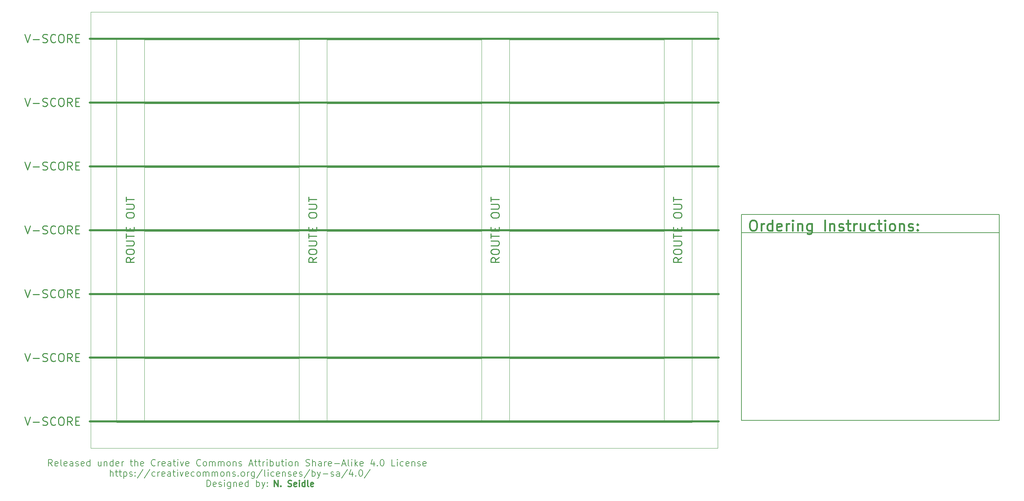
<source format=gko>
%TF.GenerationSoftware,KiCad,Pcbnew,7.0.6*%
%TF.CreationDate,2023-11-19T12:44:14-07:00*%
%TF.ProjectId,SparkFun_BlueSMiRF-ESP32_panelized,53706172-6b46-4756-9e5f-426c7565534d,rev?*%
%TF.SameCoordinates,Original*%
%TF.FileFunction,Soldermask,Bot*%
%TF.FilePolarity,Negative*%
%FSLAX46Y46*%
G04 Gerber Fmt 4.6, Leading zero omitted, Abs format (unit mm)*
G04 Created by KiCad (PCBNEW 7.0.6) date 2023-11-19 12:44:14*
%MOMM*%
%LPD*%
G01*
G04 APERTURE LIST*
%TA.AperFunction,Profile*%
%ADD10C,0.100000*%
%TD*%
%ADD11C,0.500000*%
%ADD12C,0.250000*%
%ADD13C,0.300000*%
%ADD14C,0.457200*%
%ADD15C,0.142240*%
%ADD16C,0.203200*%
%ADD17C,0.200000*%
G04 APERTURE END LIST*
D10*
X0Y15240000D02*
X38100000Y15240000D01*
X38100000Y0D01*
X0Y0D01*
X0Y15240000D01*
X0Y46720000D02*
X38100000Y46720000D01*
X38100000Y31480000D01*
X0Y31480000D01*
X0Y46720000D01*
X-13200000Y-6850000D02*
X-13200000Y100790000D01*
X89900000Y93940000D02*
X128000000Y93940000D01*
X128000000Y78700000D01*
X89900000Y78700000D01*
X89900000Y93940000D01*
X89900000Y30980000D02*
X128000000Y30980000D01*
X128000000Y15740000D01*
X89900000Y15740000D01*
X89900000Y30980000D01*
X44950000Y15240000D02*
X83050000Y15240000D01*
X83050000Y0D01*
X44950000Y0D01*
X44950000Y15240000D01*
X44950000Y93940000D02*
X83050000Y93940000D01*
X83050000Y78700000D01*
X44950000Y78700000D01*
X44950000Y93940000D01*
X0Y62460000D02*
X38100000Y62460000D01*
X38100000Y47220000D01*
X0Y47220000D01*
X0Y62460000D01*
X-13200000Y100790000D02*
X141200000Y100790000D01*
X134850000Y-500000D02*
X-6850000Y-500000D01*
X141200000Y-6850000D02*
X-13200000Y-6850000D01*
X89900000Y15240000D02*
X128000000Y15240000D01*
X128000000Y0D01*
X89900000Y0D01*
X89900000Y15240000D01*
X-6850000Y-500000D02*
X-6850000Y94440000D01*
X0Y30980000D02*
X38100000Y30980000D01*
X38100000Y15740000D01*
X0Y15740000D01*
X0Y30980000D01*
X44950000Y78200000D02*
X83050000Y78200000D01*
X83050000Y62960000D01*
X44950000Y62960000D01*
X44950000Y78200000D01*
X134850000Y94440000D02*
X134850000Y-500000D01*
X44950000Y30980000D02*
X83050000Y30980000D01*
X83050000Y15740000D01*
X44950000Y15740000D01*
X44950000Y30980000D01*
X89900000Y62460000D02*
X128000000Y62460000D01*
X128000000Y47220000D01*
X89900000Y47220000D01*
X89900000Y62460000D01*
X141200000Y100790000D02*
X141200000Y-6850000D01*
X0Y93940000D02*
X38100000Y93940000D01*
X38100000Y78700000D01*
X0Y78700000D01*
X0Y93940000D01*
X89900000Y78200000D02*
X128000000Y78200000D01*
X128000000Y62960000D01*
X89900000Y62960000D01*
X89900000Y78200000D01*
X89900000Y46720000D02*
X128000000Y46720000D01*
X128000000Y31480000D01*
X89900000Y31480000D01*
X89900000Y46720000D01*
X44950000Y46720000D02*
X83050000Y46720000D01*
X83050000Y31480000D01*
X44950000Y31480000D01*
X44950000Y46720000D01*
X-6850000Y94440000D02*
X134850000Y94440000D01*
X0Y78200000D02*
X38100000Y78200000D01*
X38100000Y62960000D01*
X0Y62960000D01*
X0Y78200000D01*
X44950000Y62460000D02*
X83050000Y62460000D01*
X83050000Y47220000D01*
X44950000Y47220000D01*
X44950000Y62460000D01*
D11*
X-13450000Y-250000D02*
X141450000Y-250000D01*
X-13450000Y62710000D02*
X141450000Y62710000D01*
X-13450000Y46970000D02*
X141450000Y46970000D01*
X-13450000Y15490000D02*
X141450000Y15490000D01*
X-13450000Y31230000D02*
X141450000Y31230000D01*
X-13450000Y78450000D02*
X141450000Y78450000D01*
X-13450000Y94190000D02*
X141450000Y94190000D01*
D12*
X-29423997Y48057762D02*
X-28757331Y46057762D01*
X-28757331Y46057762D02*
X-28090664Y48057762D01*
X-27423997Y46819667D02*
X-25900187Y46819667D01*
X-25043045Y46153000D02*
X-24757331Y46057762D01*
X-24757331Y46057762D02*
X-24281140Y46057762D01*
X-24281140Y46057762D02*
X-24090664Y46153000D01*
X-24090664Y46153000D02*
X-23995426Y46248239D01*
X-23995426Y46248239D02*
X-23900188Y46438715D01*
X-23900188Y46438715D02*
X-23900188Y46629191D01*
X-23900188Y46629191D02*
X-23995426Y46819667D01*
X-23995426Y46819667D02*
X-24090664Y46914905D01*
X-24090664Y46914905D02*
X-24281140Y47010143D01*
X-24281140Y47010143D02*
X-24662093Y47105381D01*
X-24662093Y47105381D02*
X-24852569Y47200620D01*
X-24852569Y47200620D02*
X-24947807Y47295858D01*
X-24947807Y47295858D02*
X-25043045Y47486334D01*
X-25043045Y47486334D02*
X-25043045Y47676810D01*
X-25043045Y47676810D02*
X-24947807Y47867286D01*
X-24947807Y47867286D02*
X-24852569Y47962524D01*
X-24852569Y47962524D02*
X-24662093Y48057762D01*
X-24662093Y48057762D02*
X-24185902Y48057762D01*
X-24185902Y48057762D02*
X-23900188Y47962524D01*
X-21900188Y46248239D02*
X-21995426Y46153000D01*
X-21995426Y46153000D02*
X-22281140Y46057762D01*
X-22281140Y46057762D02*
X-22471616Y46057762D01*
X-22471616Y46057762D02*
X-22757331Y46153000D01*
X-22757331Y46153000D02*
X-22947807Y46343477D01*
X-22947807Y46343477D02*
X-23043045Y46533953D01*
X-23043045Y46533953D02*
X-23138283Y46914905D01*
X-23138283Y46914905D02*
X-23138283Y47200620D01*
X-23138283Y47200620D02*
X-23043045Y47581572D01*
X-23043045Y47581572D02*
X-22947807Y47772048D01*
X-22947807Y47772048D02*
X-22757331Y47962524D01*
X-22757331Y47962524D02*
X-22471616Y48057762D01*
X-22471616Y48057762D02*
X-22281140Y48057762D01*
X-22281140Y48057762D02*
X-21995426Y47962524D01*
X-21995426Y47962524D02*
X-21900188Y47867286D01*
X-20662093Y48057762D02*
X-20281140Y48057762D01*
X-20281140Y48057762D02*
X-20090664Y47962524D01*
X-20090664Y47962524D02*
X-19900188Y47772048D01*
X-19900188Y47772048D02*
X-19804950Y47391096D01*
X-19804950Y47391096D02*
X-19804950Y46724429D01*
X-19804950Y46724429D02*
X-19900188Y46343477D01*
X-19900188Y46343477D02*
X-20090664Y46153000D01*
X-20090664Y46153000D02*
X-20281140Y46057762D01*
X-20281140Y46057762D02*
X-20662093Y46057762D01*
X-20662093Y46057762D02*
X-20852569Y46153000D01*
X-20852569Y46153000D02*
X-21043045Y46343477D01*
X-21043045Y46343477D02*
X-21138283Y46724429D01*
X-21138283Y46724429D02*
X-21138283Y47391096D01*
X-21138283Y47391096D02*
X-21043045Y47772048D01*
X-21043045Y47772048D02*
X-20852569Y47962524D01*
X-20852569Y47962524D02*
X-20662093Y48057762D01*
X-17804950Y46057762D02*
X-18471617Y47010143D01*
X-18947807Y46057762D02*
X-18947807Y48057762D01*
X-18947807Y48057762D02*
X-18185902Y48057762D01*
X-18185902Y48057762D02*
X-17995426Y47962524D01*
X-17995426Y47962524D02*
X-17900188Y47867286D01*
X-17900188Y47867286D02*
X-17804950Y47676810D01*
X-17804950Y47676810D02*
X-17804950Y47391096D01*
X-17804950Y47391096D02*
X-17900188Y47200620D01*
X-17900188Y47200620D02*
X-17995426Y47105381D01*
X-17995426Y47105381D02*
X-18185902Y47010143D01*
X-18185902Y47010143D02*
X-18947807Y47010143D01*
X-16947807Y47105381D02*
X-16281140Y47105381D01*
X-15995426Y46057762D02*
X-16947807Y46057762D01*
X-16947807Y46057762D02*
X-16947807Y48057762D01*
X-16947807Y48057762D02*
X-15995426Y48057762D01*
X42437238Y40208095D02*
X41484857Y39541428D01*
X42437238Y39065238D02*
X40437238Y39065238D01*
X40437238Y39065238D02*
X40437238Y39827143D01*
X40437238Y39827143D02*
X40532476Y40017619D01*
X40532476Y40017619D02*
X40627714Y40112857D01*
X40627714Y40112857D02*
X40818190Y40208095D01*
X40818190Y40208095D02*
X41103904Y40208095D01*
X41103904Y40208095D02*
X41294380Y40112857D01*
X41294380Y40112857D02*
X41389619Y40017619D01*
X41389619Y40017619D02*
X41484857Y39827143D01*
X41484857Y39827143D02*
X41484857Y39065238D01*
X40437238Y41446190D02*
X40437238Y41827143D01*
X40437238Y41827143D02*
X40532476Y42017619D01*
X40532476Y42017619D02*
X40722952Y42208095D01*
X40722952Y42208095D02*
X41103904Y42303333D01*
X41103904Y42303333D02*
X41770571Y42303333D01*
X41770571Y42303333D02*
X42151523Y42208095D01*
X42151523Y42208095D02*
X42342000Y42017619D01*
X42342000Y42017619D02*
X42437238Y41827143D01*
X42437238Y41827143D02*
X42437238Y41446190D01*
X42437238Y41446190D02*
X42342000Y41255714D01*
X42342000Y41255714D02*
X42151523Y41065238D01*
X42151523Y41065238D02*
X41770571Y40970000D01*
X41770571Y40970000D02*
X41103904Y40970000D01*
X41103904Y40970000D02*
X40722952Y41065238D01*
X40722952Y41065238D02*
X40532476Y41255714D01*
X40532476Y41255714D02*
X40437238Y41446190D01*
X40437238Y43160476D02*
X42056285Y43160476D01*
X42056285Y43160476D02*
X42246761Y43255714D01*
X42246761Y43255714D02*
X42342000Y43350952D01*
X42342000Y43350952D02*
X42437238Y43541428D01*
X42437238Y43541428D02*
X42437238Y43922381D01*
X42437238Y43922381D02*
X42342000Y44112857D01*
X42342000Y44112857D02*
X42246761Y44208095D01*
X42246761Y44208095D02*
X42056285Y44303333D01*
X42056285Y44303333D02*
X40437238Y44303333D01*
X40437238Y44970000D02*
X40437238Y46112857D01*
X42437238Y45541428D02*
X40437238Y45541428D01*
X41389619Y46779524D02*
X41389619Y47446191D01*
X42437238Y47731905D02*
X42437238Y46779524D01*
X42437238Y46779524D02*
X40437238Y46779524D01*
X40437238Y46779524D02*
X40437238Y47731905D01*
X40437238Y50493810D02*
X40437238Y50874763D01*
X40437238Y50874763D02*
X40532476Y51065239D01*
X40532476Y51065239D02*
X40722952Y51255715D01*
X40722952Y51255715D02*
X41103904Y51350953D01*
X41103904Y51350953D02*
X41770571Y51350953D01*
X41770571Y51350953D02*
X42151523Y51255715D01*
X42151523Y51255715D02*
X42342000Y51065239D01*
X42342000Y51065239D02*
X42437238Y50874763D01*
X42437238Y50874763D02*
X42437238Y50493810D01*
X42437238Y50493810D02*
X42342000Y50303334D01*
X42342000Y50303334D02*
X42151523Y50112858D01*
X42151523Y50112858D02*
X41770571Y50017620D01*
X41770571Y50017620D02*
X41103904Y50017620D01*
X41103904Y50017620D02*
X40722952Y50112858D01*
X40722952Y50112858D02*
X40532476Y50303334D01*
X40532476Y50303334D02*
X40437238Y50493810D01*
X40437238Y52208096D02*
X42056285Y52208096D01*
X42056285Y52208096D02*
X42246761Y52303334D01*
X42246761Y52303334D02*
X42342000Y52398572D01*
X42342000Y52398572D02*
X42437238Y52589048D01*
X42437238Y52589048D02*
X42437238Y52970001D01*
X42437238Y52970001D02*
X42342000Y53160477D01*
X42342000Y53160477D02*
X42246761Y53255715D01*
X42246761Y53255715D02*
X42056285Y53350953D01*
X42056285Y53350953D02*
X40437238Y53350953D01*
X40437238Y54017620D02*
X40437238Y55160477D01*
X42437238Y54589048D02*
X40437238Y54589048D01*
X-29423997Y837762D02*
X-28757331Y-1162238D01*
X-28757331Y-1162238D02*
X-28090664Y837762D01*
X-27423997Y-400333D02*
X-25900187Y-400333D01*
X-25043045Y-1067000D02*
X-24757331Y-1162238D01*
X-24757331Y-1162238D02*
X-24281140Y-1162238D01*
X-24281140Y-1162238D02*
X-24090664Y-1067000D01*
X-24090664Y-1067000D02*
X-23995426Y-971761D01*
X-23995426Y-971761D02*
X-23900188Y-781285D01*
X-23900188Y-781285D02*
X-23900188Y-590809D01*
X-23900188Y-590809D02*
X-23995426Y-400333D01*
X-23995426Y-400333D02*
X-24090664Y-305095D01*
X-24090664Y-305095D02*
X-24281140Y-209857D01*
X-24281140Y-209857D02*
X-24662093Y-114619D01*
X-24662093Y-114619D02*
X-24852569Y-19380D01*
X-24852569Y-19380D02*
X-24947807Y75858D01*
X-24947807Y75858D02*
X-25043045Y266334D01*
X-25043045Y266334D02*
X-25043045Y456810D01*
X-25043045Y456810D02*
X-24947807Y647286D01*
X-24947807Y647286D02*
X-24852569Y742524D01*
X-24852569Y742524D02*
X-24662093Y837762D01*
X-24662093Y837762D02*
X-24185902Y837762D01*
X-24185902Y837762D02*
X-23900188Y742524D01*
X-21900188Y-971761D02*
X-21995426Y-1067000D01*
X-21995426Y-1067000D02*
X-22281140Y-1162238D01*
X-22281140Y-1162238D02*
X-22471616Y-1162238D01*
X-22471616Y-1162238D02*
X-22757331Y-1067000D01*
X-22757331Y-1067000D02*
X-22947807Y-876523D01*
X-22947807Y-876523D02*
X-23043045Y-686047D01*
X-23043045Y-686047D02*
X-23138283Y-305095D01*
X-23138283Y-305095D02*
X-23138283Y-19380D01*
X-23138283Y-19380D02*
X-23043045Y361572D01*
X-23043045Y361572D02*
X-22947807Y552048D01*
X-22947807Y552048D02*
X-22757331Y742524D01*
X-22757331Y742524D02*
X-22471616Y837762D01*
X-22471616Y837762D02*
X-22281140Y837762D01*
X-22281140Y837762D02*
X-21995426Y742524D01*
X-21995426Y742524D02*
X-21900188Y647286D01*
X-20662093Y837762D02*
X-20281140Y837762D01*
X-20281140Y837762D02*
X-20090664Y742524D01*
X-20090664Y742524D02*
X-19900188Y552048D01*
X-19900188Y552048D02*
X-19804950Y171096D01*
X-19804950Y171096D02*
X-19804950Y-495571D01*
X-19804950Y-495571D02*
X-19900188Y-876523D01*
X-19900188Y-876523D02*
X-20090664Y-1067000D01*
X-20090664Y-1067000D02*
X-20281140Y-1162238D01*
X-20281140Y-1162238D02*
X-20662093Y-1162238D01*
X-20662093Y-1162238D02*
X-20852569Y-1067000D01*
X-20852569Y-1067000D02*
X-21043045Y-876523D01*
X-21043045Y-876523D02*
X-21138283Y-495571D01*
X-21138283Y-495571D02*
X-21138283Y171096D01*
X-21138283Y171096D02*
X-21043045Y552048D01*
X-21043045Y552048D02*
X-20852569Y742524D01*
X-20852569Y742524D02*
X-20662093Y837762D01*
X-17804950Y-1162238D02*
X-18471617Y-209857D01*
X-18947807Y-1162238D02*
X-18947807Y837762D01*
X-18947807Y837762D02*
X-18185902Y837762D01*
X-18185902Y837762D02*
X-17995426Y742524D01*
X-17995426Y742524D02*
X-17900188Y647286D01*
X-17900188Y647286D02*
X-17804950Y456810D01*
X-17804950Y456810D02*
X-17804950Y171096D01*
X-17804950Y171096D02*
X-17900188Y-19380D01*
X-17900188Y-19380D02*
X-17995426Y-114619D01*
X-17995426Y-114619D02*
X-18185902Y-209857D01*
X-18185902Y-209857D02*
X-18947807Y-209857D01*
X-16947807Y-114619D02*
X-16281140Y-114619D01*
X-15995426Y-1162238D02*
X-16947807Y-1162238D01*
X-16947807Y-1162238D02*
X-16947807Y837762D01*
X-16947807Y837762D02*
X-15995426Y837762D01*
D13*
X32044285Y-16310828D02*
X32044285Y-14810828D01*
X32044285Y-14810828D02*
X32901428Y-16310828D01*
X32901428Y-16310828D02*
X32901428Y-14810828D01*
X33615714Y-16167971D02*
X33687143Y-16239400D01*
X33687143Y-16239400D02*
X33615714Y-16310828D01*
X33615714Y-16310828D02*
X33544286Y-16239400D01*
X33544286Y-16239400D02*
X33615714Y-16167971D01*
X33615714Y-16167971D02*
X33615714Y-16310828D01*
X35401429Y-16239400D02*
X35615715Y-16310828D01*
X35615715Y-16310828D02*
X35972857Y-16310828D01*
X35972857Y-16310828D02*
X36115715Y-16239400D01*
X36115715Y-16239400D02*
X36187143Y-16167971D01*
X36187143Y-16167971D02*
X36258572Y-16025114D01*
X36258572Y-16025114D02*
X36258572Y-15882257D01*
X36258572Y-15882257D02*
X36187143Y-15739400D01*
X36187143Y-15739400D02*
X36115715Y-15667971D01*
X36115715Y-15667971D02*
X35972857Y-15596542D01*
X35972857Y-15596542D02*
X35687143Y-15525114D01*
X35687143Y-15525114D02*
X35544286Y-15453685D01*
X35544286Y-15453685D02*
X35472857Y-15382257D01*
X35472857Y-15382257D02*
X35401429Y-15239400D01*
X35401429Y-15239400D02*
X35401429Y-15096542D01*
X35401429Y-15096542D02*
X35472857Y-14953685D01*
X35472857Y-14953685D02*
X35544286Y-14882257D01*
X35544286Y-14882257D02*
X35687143Y-14810828D01*
X35687143Y-14810828D02*
X36044286Y-14810828D01*
X36044286Y-14810828D02*
X36258572Y-14882257D01*
X37472857Y-16239400D02*
X37330000Y-16310828D01*
X37330000Y-16310828D02*
X37044286Y-16310828D01*
X37044286Y-16310828D02*
X36901428Y-16239400D01*
X36901428Y-16239400D02*
X36830000Y-16096542D01*
X36830000Y-16096542D02*
X36830000Y-15525114D01*
X36830000Y-15525114D02*
X36901428Y-15382257D01*
X36901428Y-15382257D02*
X37044286Y-15310828D01*
X37044286Y-15310828D02*
X37330000Y-15310828D01*
X37330000Y-15310828D02*
X37472857Y-15382257D01*
X37472857Y-15382257D02*
X37544286Y-15525114D01*
X37544286Y-15525114D02*
X37544286Y-15667971D01*
X37544286Y-15667971D02*
X36830000Y-15810828D01*
X38187142Y-16310828D02*
X38187142Y-15310828D01*
X38187142Y-14810828D02*
X38115714Y-14882257D01*
X38115714Y-14882257D02*
X38187142Y-14953685D01*
X38187142Y-14953685D02*
X38258571Y-14882257D01*
X38258571Y-14882257D02*
X38187142Y-14810828D01*
X38187142Y-14810828D02*
X38187142Y-14953685D01*
X39544286Y-16310828D02*
X39544286Y-14810828D01*
X39544286Y-16239400D02*
X39401428Y-16310828D01*
X39401428Y-16310828D02*
X39115714Y-16310828D01*
X39115714Y-16310828D02*
X38972857Y-16239400D01*
X38972857Y-16239400D02*
X38901428Y-16167971D01*
X38901428Y-16167971D02*
X38830000Y-16025114D01*
X38830000Y-16025114D02*
X38830000Y-15596542D01*
X38830000Y-15596542D02*
X38901428Y-15453685D01*
X38901428Y-15453685D02*
X38972857Y-15382257D01*
X38972857Y-15382257D02*
X39115714Y-15310828D01*
X39115714Y-15310828D02*
X39401428Y-15310828D01*
X39401428Y-15310828D02*
X39544286Y-15382257D01*
X40472857Y-16310828D02*
X40330000Y-16239400D01*
X40330000Y-16239400D02*
X40258571Y-16096542D01*
X40258571Y-16096542D02*
X40258571Y-14810828D01*
X41615714Y-16239400D02*
X41472857Y-16310828D01*
X41472857Y-16310828D02*
X41187143Y-16310828D01*
X41187143Y-16310828D02*
X41044285Y-16239400D01*
X41044285Y-16239400D02*
X40972857Y-16096542D01*
X40972857Y-16096542D02*
X40972857Y-15525114D01*
X40972857Y-15525114D02*
X41044285Y-15382257D01*
X41044285Y-15382257D02*
X41187143Y-15310828D01*
X41187143Y-15310828D02*
X41472857Y-15310828D01*
X41472857Y-15310828D02*
X41615714Y-15382257D01*
X41615714Y-15382257D02*
X41687143Y-15525114D01*
X41687143Y-15525114D02*
X41687143Y-15667971D01*
X41687143Y-15667971D02*
X40972857Y-15810828D01*
D12*
X-29423997Y79537762D02*
X-28757331Y77537762D01*
X-28757331Y77537762D02*
X-28090664Y79537762D01*
X-27423997Y78299667D02*
X-25900187Y78299667D01*
X-25043045Y77633000D02*
X-24757331Y77537762D01*
X-24757331Y77537762D02*
X-24281140Y77537762D01*
X-24281140Y77537762D02*
X-24090664Y77633000D01*
X-24090664Y77633000D02*
X-23995426Y77728239D01*
X-23995426Y77728239D02*
X-23900188Y77918715D01*
X-23900188Y77918715D02*
X-23900188Y78109191D01*
X-23900188Y78109191D02*
X-23995426Y78299667D01*
X-23995426Y78299667D02*
X-24090664Y78394905D01*
X-24090664Y78394905D02*
X-24281140Y78490143D01*
X-24281140Y78490143D02*
X-24662093Y78585381D01*
X-24662093Y78585381D02*
X-24852569Y78680620D01*
X-24852569Y78680620D02*
X-24947807Y78775858D01*
X-24947807Y78775858D02*
X-25043045Y78966334D01*
X-25043045Y78966334D02*
X-25043045Y79156810D01*
X-25043045Y79156810D02*
X-24947807Y79347286D01*
X-24947807Y79347286D02*
X-24852569Y79442524D01*
X-24852569Y79442524D02*
X-24662093Y79537762D01*
X-24662093Y79537762D02*
X-24185902Y79537762D01*
X-24185902Y79537762D02*
X-23900188Y79442524D01*
X-21900188Y77728239D02*
X-21995426Y77633000D01*
X-21995426Y77633000D02*
X-22281140Y77537762D01*
X-22281140Y77537762D02*
X-22471616Y77537762D01*
X-22471616Y77537762D02*
X-22757331Y77633000D01*
X-22757331Y77633000D02*
X-22947807Y77823477D01*
X-22947807Y77823477D02*
X-23043045Y78013953D01*
X-23043045Y78013953D02*
X-23138283Y78394905D01*
X-23138283Y78394905D02*
X-23138283Y78680620D01*
X-23138283Y78680620D02*
X-23043045Y79061572D01*
X-23043045Y79061572D02*
X-22947807Y79252048D01*
X-22947807Y79252048D02*
X-22757331Y79442524D01*
X-22757331Y79442524D02*
X-22471616Y79537762D01*
X-22471616Y79537762D02*
X-22281140Y79537762D01*
X-22281140Y79537762D02*
X-21995426Y79442524D01*
X-21995426Y79442524D02*
X-21900188Y79347286D01*
X-20662093Y79537762D02*
X-20281140Y79537762D01*
X-20281140Y79537762D02*
X-20090664Y79442524D01*
X-20090664Y79442524D02*
X-19900188Y79252048D01*
X-19900188Y79252048D02*
X-19804950Y78871096D01*
X-19804950Y78871096D02*
X-19804950Y78204429D01*
X-19804950Y78204429D02*
X-19900188Y77823477D01*
X-19900188Y77823477D02*
X-20090664Y77633000D01*
X-20090664Y77633000D02*
X-20281140Y77537762D01*
X-20281140Y77537762D02*
X-20662093Y77537762D01*
X-20662093Y77537762D02*
X-20852569Y77633000D01*
X-20852569Y77633000D02*
X-21043045Y77823477D01*
X-21043045Y77823477D02*
X-21138283Y78204429D01*
X-21138283Y78204429D02*
X-21138283Y78871096D01*
X-21138283Y78871096D02*
X-21043045Y79252048D01*
X-21043045Y79252048D02*
X-20852569Y79442524D01*
X-20852569Y79442524D02*
X-20662093Y79537762D01*
X-17804950Y77537762D02*
X-18471617Y78490143D01*
X-18947807Y77537762D02*
X-18947807Y79537762D01*
X-18947807Y79537762D02*
X-18185902Y79537762D01*
X-18185902Y79537762D02*
X-17995426Y79442524D01*
X-17995426Y79442524D02*
X-17900188Y79347286D01*
X-17900188Y79347286D02*
X-17804950Y79156810D01*
X-17804950Y79156810D02*
X-17804950Y78871096D01*
X-17804950Y78871096D02*
X-17900188Y78680620D01*
X-17900188Y78680620D02*
X-17995426Y78585381D01*
X-17995426Y78585381D02*
X-18185902Y78490143D01*
X-18185902Y78490143D02*
X-18947807Y78490143D01*
X-16947807Y78585381D02*
X-16281140Y78585381D01*
X-15995426Y77537762D02*
X-16947807Y77537762D01*
X-16947807Y77537762D02*
X-16947807Y79537762D01*
X-16947807Y79537762D02*
X-15995426Y79537762D01*
X-29423997Y63797762D02*
X-28757331Y61797762D01*
X-28757331Y61797762D02*
X-28090664Y63797762D01*
X-27423997Y62559667D02*
X-25900187Y62559667D01*
X-25043045Y61893000D02*
X-24757331Y61797762D01*
X-24757331Y61797762D02*
X-24281140Y61797762D01*
X-24281140Y61797762D02*
X-24090664Y61893000D01*
X-24090664Y61893000D02*
X-23995426Y61988239D01*
X-23995426Y61988239D02*
X-23900188Y62178715D01*
X-23900188Y62178715D02*
X-23900188Y62369191D01*
X-23900188Y62369191D02*
X-23995426Y62559667D01*
X-23995426Y62559667D02*
X-24090664Y62654905D01*
X-24090664Y62654905D02*
X-24281140Y62750143D01*
X-24281140Y62750143D02*
X-24662093Y62845381D01*
X-24662093Y62845381D02*
X-24852569Y62940620D01*
X-24852569Y62940620D02*
X-24947807Y63035858D01*
X-24947807Y63035858D02*
X-25043045Y63226334D01*
X-25043045Y63226334D02*
X-25043045Y63416810D01*
X-25043045Y63416810D02*
X-24947807Y63607286D01*
X-24947807Y63607286D02*
X-24852569Y63702524D01*
X-24852569Y63702524D02*
X-24662093Y63797762D01*
X-24662093Y63797762D02*
X-24185902Y63797762D01*
X-24185902Y63797762D02*
X-23900188Y63702524D01*
X-21900188Y61988239D02*
X-21995426Y61893000D01*
X-21995426Y61893000D02*
X-22281140Y61797762D01*
X-22281140Y61797762D02*
X-22471616Y61797762D01*
X-22471616Y61797762D02*
X-22757331Y61893000D01*
X-22757331Y61893000D02*
X-22947807Y62083477D01*
X-22947807Y62083477D02*
X-23043045Y62273953D01*
X-23043045Y62273953D02*
X-23138283Y62654905D01*
X-23138283Y62654905D02*
X-23138283Y62940620D01*
X-23138283Y62940620D02*
X-23043045Y63321572D01*
X-23043045Y63321572D02*
X-22947807Y63512048D01*
X-22947807Y63512048D02*
X-22757331Y63702524D01*
X-22757331Y63702524D02*
X-22471616Y63797762D01*
X-22471616Y63797762D02*
X-22281140Y63797762D01*
X-22281140Y63797762D02*
X-21995426Y63702524D01*
X-21995426Y63702524D02*
X-21900188Y63607286D01*
X-20662093Y63797762D02*
X-20281140Y63797762D01*
X-20281140Y63797762D02*
X-20090664Y63702524D01*
X-20090664Y63702524D02*
X-19900188Y63512048D01*
X-19900188Y63512048D02*
X-19804950Y63131096D01*
X-19804950Y63131096D02*
X-19804950Y62464429D01*
X-19804950Y62464429D02*
X-19900188Y62083477D01*
X-19900188Y62083477D02*
X-20090664Y61893000D01*
X-20090664Y61893000D02*
X-20281140Y61797762D01*
X-20281140Y61797762D02*
X-20662093Y61797762D01*
X-20662093Y61797762D02*
X-20852569Y61893000D01*
X-20852569Y61893000D02*
X-21043045Y62083477D01*
X-21043045Y62083477D02*
X-21138283Y62464429D01*
X-21138283Y62464429D02*
X-21138283Y63131096D01*
X-21138283Y63131096D02*
X-21043045Y63512048D01*
X-21043045Y63512048D02*
X-20852569Y63702524D01*
X-20852569Y63702524D02*
X-20662093Y63797762D01*
X-17804950Y61797762D02*
X-18471617Y62750143D01*
X-18947807Y61797762D02*
X-18947807Y63797762D01*
X-18947807Y63797762D02*
X-18185902Y63797762D01*
X-18185902Y63797762D02*
X-17995426Y63702524D01*
X-17995426Y63702524D02*
X-17900188Y63607286D01*
X-17900188Y63607286D02*
X-17804950Y63416810D01*
X-17804950Y63416810D02*
X-17804950Y63131096D01*
X-17804950Y63131096D02*
X-17900188Y62940620D01*
X-17900188Y62940620D02*
X-17995426Y62845381D01*
X-17995426Y62845381D02*
X-18185902Y62750143D01*
X-18185902Y62750143D02*
X-18947807Y62750143D01*
X-16947807Y62845381D02*
X-16281140Y62845381D01*
X-15995426Y61797762D02*
X-16947807Y61797762D01*
X-16947807Y61797762D02*
X-16947807Y63797762D01*
X-16947807Y63797762D02*
X-15995426Y63797762D01*
X-2512762Y40208095D02*
X-3465143Y39541428D01*
X-2512762Y39065238D02*
X-4512762Y39065238D01*
X-4512762Y39065238D02*
X-4512762Y39827143D01*
X-4512762Y39827143D02*
X-4417524Y40017619D01*
X-4417524Y40017619D02*
X-4322286Y40112857D01*
X-4322286Y40112857D02*
X-4131810Y40208095D01*
X-4131810Y40208095D02*
X-3846096Y40208095D01*
X-3846096Y40208095D02*
X-3655620Y40112857D01*
X-3655620Y40112857D02*
X-3560381Y40017619D01*
X-3560381Y40017619D02*
X-3465143Y39827143D01*
X-3465143Y39827143D02*
X-3465143Y39065238D01*
X-4512762Y41446190D02*
X-4512762Y41827143D01*
X-4512762Y41827143D02*
X-4417524Y42017619D01*
X-4417524Y42017619D02*
X-4227048Y42208095D01*
X-4227048Y42208095D02*
X-3846096Y42303333D01*
X-3846096Y42303333D02*
X-3179429Y42303333D01*
X-3179429Y42303333D02*
X-2798477Y42208095D01*
X-2798477Y42208095D02*
X-2608000Y42017619D01*
X-2608000Y42017619D02*
X-2512762Y41827143D01*
X-2512762Y41827143D02*
X-2512762Y41446190D01*
X-2512762Y41446190D02*
X-2608000Y41255714D01*
X-2608000Y41255714D02*
X-2798477Y41065238D01*
X-2798477Y41065238D02*
X-3179429Y40970000D01*
X-3179429Y40970000D02*
X-3846096Y40970000D01*
X-3846096Y40970000D02*
X-4227048Y41065238D01*
X-4227048Y41065238D02*
X-4417524Y41255714D01*
X-4417524Y41255714D02*
X-4512762Y41446190D01*
X-4512762Y43160476D02*
X-2893715Y43160476D01*
X-2893715Y43160476D02*
X-2703239Y43255714D01*
X-2703239Y43255714D02*
X-2608000Y43350952D01*
X-2608000Y43350952D02*
X-2512762Y43541428D01*
X-2512762Y43541428D02*
X-2512762Y43922381D01*
X-2512762Y43922381D02*
X-2608000Y44112857D01*
X-2608000Y44112857D02*
X-2703239Y44208095D01*
X-2703239Y44208095D02*
X-2893715Y44303333D01*
X-2893715Y44303333D02*
X-4512762Y44303333D01*
X-4512762Y44970000D02*
X-4512762Y46112857D01*
X-2512762Y45541428D02*
X-4512762Y45541428D01*
X-3560381Y46779524D02*
X-3560381Y47446191D01*
X-2512762Y47731905D02*
X-2512762Y46779524D01*
X-2512762Y46779524D02*
X-4512762Y46779524D01*
X-4512762Y46779524D02*
X-4512762Y47731905D01*
X-4512762Y50493810D02*
X-4512762Y50874763D01*
X-4512762Y50874763D02*
X-4417524Y51065239D01*
X-4417524Y51065239D02*
X-4227048Y51255715D01*
X-4227048Y51255715D02*
X-3846096Y51350953D01*
X-3846096Y51350953D02*
X-3179429Y51350953D01*
X-3179429Y51350953D02*
X-2798477Y51255715D01*
X-2798477Y51255715D02*
X-2608000Y51065239D01*
X-2608000Y51065239D02*
X-2512762Y50874763D01*
X-2512762Y50874763D02*
X-2512762Y50493810D01*
X-2512762Y50493810D02*
X-2608000Y50303334D01*
X-2608000Y50303334D02*
X-2798477Y50112858D01*
X-2798477Y50112858D02*
X-3179429Y50017620D01*
X-3179429Y50017620D02*
X-3846096Y50017620D01*
X-3846096Y50017620D02*
X-4227048Y50112858D01*
X-4227048Y50112858D02*
X-4417524Y50303334D01*
X-4417524Y50303334D02*
X-4512762Y50493810D01*
X-4512762Y52208096D02*
X-2893715Y52208096D01*
X-2893715Y52208096D02*
X-2703239Y52303334D01*
X-2703239Y52303334D02*
X-2608000Y52398572D01*
X-2608000Y52398572D02*
X-2512762Y52589048D01*
X-2512762Y52589048D02*
X-2512762Y52970001D01*
X-2512762Y52970001D02*
X-2608000Y53160477D01*
X-2608000Y53160477D02*
X-2703239Y53255715D01*
X-2703239Y53255715D02*
X-2893715Y53350953D01*
X-2893715Y53350953D02*
X-4512762Y53350953D01*
X-4512762Y54017620D02*
X-4512762Y55160477D01*
X-2512762Y54589048D02*
X-4512762Y54589048D01*
X-29423997Y95277762D02*
X-28757331Y93277762D01*
X-28757331Y93277762D02*
X-28090664Y95277762D01*
X-27423997Y94039667D02*
X-25900187Y94039667D01*
X-25043045Y93373000D02*
X-24757331Y93277762D01*
X-24757331Y93277762D02*
X-24281140Y93277762D01*
X-24281140Y93277762D02*
X-24090664Y93373000D01*
X-24090664Y93373000D02*
X-23995426Y93468239D01*
X-23995426Y93468239D02*
X-23900188Y93658715D01*
X-23900188Y93658715D02*
X-23900188Y93849191D01*
X-23900188Y93849191D02*
X-23995426Y94039667D01*
X-23995426Y94039667D02*
X-24090664Y94134905D01*
X-24090664Y94134905D02*
X-24281140Y94230143D01*
X-24281140Y94230143D02*
X-24662093Y94325381D01*
X-24662093Y94325381D02*
X-24852569Y94420620D01*
X-24852569Y94420620D02*
X-24947807Y94515858D01*
X-24947807Y94515858D02*
X-25043045Y94706334D01*
X-25043045Y94706334D02*
X-25043045Y94896810D01*
X-25043045Y94896810D02*
X-24947807Y95087286D01*
X-24947807Y95087286D02*
X-24852569Y95182524D01*
X-24852569Y95182524D02*
X-24662093Y95277762D01*
X-24662093Y95277762D02*
X-24185902Y95277762D01*
X-24185902Y95277762D02*
X-23900188Y95182524D01*
X-21900188Y93468239D02*
X-21995426Y93373000D01*
X-21995426Y93373000D02*
X-22281140Y93277762D01*
X-22281140Y93277762D02*
X-22471616Y93277762D01*
X-22471616Y93277762D02*
X-22757331Y93373000D01*
X-22757331Y93373000D02*
X-22947807Y93563477D01*
X-22947807Y93563477D02*
X-23043045Y93753953D01*
X-23043045Y93753953D02*
X-23138283Y94134905D01*
X-23138283Y94134905D02*
X-23138283Y94420620D01*
X-23138283Y94420620D02*
X-23043045Y94801572D01*
X-23043045Y94801572D02*
X-22947807Y94992048D01*
X-22947807Y94992048D02*
X-22757331Y95182524D01*
X-22757331Y95182524D02*
X-22471616Y95277762D01*
X-22471616Y95277762D02*
X-22281140Y95277762D01*
X-22281140Y95277762D02*
X-21995426Y95182524D01*
X-21995426Y95182524D02*
X-21900188Y95087286D01*
X-20662093Y95277762D02*
X-20281140Y95277762D01*
X-20281140Y95277762D02*
X-20090664Y95182524D01*
X-20090664Y95182524D02*
X-19900188Y94992048D01*
X-19900188Y94992048D02*
X-19804950Y94611096D01*
X-19804950Y94611096D02*
X-19804950Y93944429D01*
X-19804950Y93944429D02*
X-19900188Y93563477D01*
X-19900188Y93563477D02*
X-20090664Y93373000D01*
X-20090664Y93373000D02*
X-20281140Y93277762D01*
X-20281140Y93277762D02*
X-20662093Y93277762D01*
X-20662093Y93277762D02*
X-20852569Y93373000D01*
X-20852569Y93373000D02*
X-21043045Y93563477D01*
X-21043045Y93563477D02*
X-21138283Y93944429D01*
X-21138283Y93944429D02*
X-21138283Y94611096D01*
X-21138283Y94611096D02*
X-21043045Y94992048D01*
X-21043045Y94992048D02*
X-20852569Y95182524D01*
X-20852569Y95182524D02*
X-20662093Y95277762D01*
X-17804950Y93277762D02*
X-18471617Y94230143D01*
X-18947807Y93277762D02*
X-18947807Y95277762D01*
X-18947807Y95277762D02*
X-18185902Y95277762D01*
X-18185902Y95277762D02*
X-17995426Y95182524D01*
X-17995426Y95182524D02*
X-17900188Y95087286D01*
X-17900188Y95087286D02*
X-17804950Y94896810D01*
X-17804950Y94896810D02*
X-17804950Y94611096D01*
X-17804950Y94611096D02*
X-17900188Y94420620D01*
X-17900188Y94420620D02*
X-17995426Y94325381D01*
X-17995426Y94325381D02*
X-18185902Y94230143D01*
X-18185902Y94230143D02*
X-18947807Y94230143D01*
X-16947807Y94325381D02*
X-16281140Y94325381D01*
X-15995426Y93277762D02*
X-16947807Y93277762D01*
X-16947807Y93277762D02*
X-16947807Y95277762D01*
X-16947807Y95277762D02*
X-15995426Y95277762D01*
X132337238Y40208095D02*
X131384857Y39541428D01*
X132337238Y39065238D02*
X130337238Y39065238D01*
X130337238Y39065238D02*
X130337238Y39827143D01*
X130337238Y39827143D02*
X130432476Y40017619D01*
X130432476Y40017619D02*
X130527714Y40112857D01*
X130527714Y40112857D02*
X130718190Y40208095D01*
X130718190Y40208095D02*
X131003904Y40208095D01*
X131003904Y40208095D02*
X131194380Y40112857D01*
X131194380Y40112857D02*
X131289619Y40017619D01*
X131289619Y40017619D02*
X131384857Y39827143D01*
X131384857Y39827143D02*
X131384857Y39065238D01*
X130337238Y41446190D02*
X130337238Y41827143D01*
X130337238Y41827143D02*
X130432476Y42017619D01*
X130432476Y42017619D02*
X130622952Y42208095D01*
X130622952Y42208095D02*
X131003904Y42303333D01*
X131003904Y42303333D02*
X131670571Y42303333D01*
X131670571Y42303333D02*
X132051523Y42208095D01*
X132051523Y42208095D02*
X132242000Y42017619D01*
X132242000Y42017619D02*
X132337238Y41827143D01*
X132337238Y41827143D02*
X132337238Y41446190D01*
X132337238Y41446190D02*
X132242000Y41255714D01*
X132242000Y41255714D02*
X132051523Y41065238D01*
X132051523Y41065238D02*
X131670571Y40970000D01*
X131670571Y40970000D02*
X131003904Y40970000D01*
X131003904Y40970000D02*
X130622952Y41065238D01*
X130622952Y41065238D02*
X130432476Y41255714D01*
X130432476Y41255714D02*
X130337238Y41446190D01*
X130337238Y43160476D02*
X131956285Y43160476D01*
X131956285Y43160476D02*
X132146761Y43255714D01*
X132146761Y43255714D02*
X132242000Y43350952D01*
X132242000Y43350952D02*
X132337238Y43541428D01*
X132337238Y43541428D02*
X132337238Y43922381D01*
X132337238Y43922381D02*
X132242000Y44112857D01*
X132242000Y44112857D02*
X132146761Y44208095D01*
X132146761Y44208095D02*
X131956285Y44303333D01*
X131956285Y44303333D02*
X130337238Y44303333D01*
X130337238Y44970000D02*
X130337238Y46112857D01*
X132337238Y45541428D02*
X130337238Y45541428D01*
X131289619Y46779524D02*
X131289619Y47446191D01*
X132337238Y47731905D02*
X132337238Y46779524D01*
X132337238Y46779524D02*
X130337238Y46779524D01*
X130337238Y46779524D02*
X130337238Y47731905D01*
X130337238Y50493810D02*
X130337238Y50874763D01*
X130337238Y50874763D02*
X130432476Y51065239D01*
X130432476Y51065239D02*
X130622952Y51255715D01*
X130622952Y51255715D02*
X131003904Y51350953D01*
X131003904Y51350953D02*
X131670571Y51350953D01*
X131670571Y51350953D02*
X132051523Y51255715D01*
X132051523Y51255715D02*
X132242000Y51065239D01*
X132242000Y51065239D02*
X132337238Y50874763D01*
X132337238Y50874763D02*
X132337238Y50493810D01*
X132337238Y50493810D02*
X132242000Y50303334D01*
X132242000Y50303334D02*
X132051523Y50112858D01*
X132051523Y50112858D02*
X131670571Y50017620D01*
X131670571Y50017620D02*
X131003904Y50017620D01*
X131003904Y50017620D02*
X130622952Y50112858D01*
X130622952Y50112858D02*
X130432476Y50303334D01*
X130432476Y50303334D02*
X130337238Y50493810D01*
X130337238Y52208096D02*
X131956285Y52208096D01*
X131956285Y52208096D02*
X132146761Y52303334D01*
X132146761Y52303334D02*
X132242000Y52398572D01*
X132242000Y52398572D02*
X132337238Y52589048D01*
X132337238Y52589048D02*
X132337238Y52970001D01*
X132337238Y52970001D02*
X132242000Y53160477D01*
X132242000Y53160477D02*
X132146761Y53255715D01*
X132146761Y53255715D02*
X131956285Y53350953D01*
X131956285Y53350953D02*
X130337238Y53350953D01*
X130337238Y54017620D02*
X130337238Y55160477D01*
X132337238Y54589048D02*
X130337238Y54589048D01*
X87387238Y40208095D02*
X86434857Y39541428D01*
X87387238Y39065238D02*
X85387238Y39065238D01*
X85387238Y39065238D02*
X85387238Y39827143D01*
X85387238Y39827143D02*
X85482476Y40017619D01*
X85482476Y40017619D02*
X85577714Y40112857D01*
X85577714Y40112857D02*
X85768190Y40208095D01*
X85768190Y40208095D02*
X86053904Y40208095D01*
X86053904Y40208095D02*
X86244380Y40112857D01*
X86244380Y40112857D02*
X86339619Y40017619D01*
X86339619Y40017619D02*
X86434857Y39827143D01*
X86434857Y39827143D02*
X86434857Y39065238D01*
X85387238Y41446190D02*
X85387238Y41827143D01*
X85387238Y41827143D02*
X85482476Y42017619D01*
X85482476Y42017619D02*
X85672952Y42208095D01*
X85672952Y42208095D02*
X86053904Y42303333D01*
X86053904Y42303333D02*
X86720571Y42303333D01*
X86720571Y42303333D02*
X87101523Y42208095D01*
X87101523Y42208095D02*
X87292000Y42017619D01*
X87292000Y42017619D02*
X87387238Y41827143D01*
X87387238Y41827143D02*
X87387238Y41446190D01*
X87387238Y41446190D02*
X87292000Y41255714D01*
X87292000Y41255714D02*
X87101523Y41065238D01*
X87101523Y41065238D02*
X86720571Y40970000D01*
X86720571Y40970000D02*
X86053904Y40970000D01*
X86053904Y40970000D02*
X85672952Y41065238D01*
X85672952Y41065238D02*
X85482476Y41255714D01*
X85482476Y41255714D02*
X85387238Y41446190D01*
X85387238Y43160476D02*
X87006285Y43160476D01*
X87006285Y43160476D02*
X87196761Y43255714D01*
X87196761Y43255714D02*
X87292000Y43350952D01*
X87292000Y43350952D02*
X87387238Y43541428D01*
X87387238Y43541428D02*
X87387238Y43922381D01*
X87387238Y43922381D02*
X87292000Y44112857D01*
X87292000Y44112857D02*
X87196761Y44208095D01*
X87196761Y44208095D02*
X87006285Y44303333D01*
X87006285Y44303333D02*
X85387238Y44303333D01*
X85387238Y44970000D02*
X85387238Y46112857D01*
X87387238Y45541428D02*
X85387238Y45541428D01*
X86339619Y46779524D02*
X86339619Y47446191D01*
X87387238Y47731905D02*
X87387238Y46779524D01*
X87387238Y46779524D02*
X85387238Y46779524D01*
X85387238Y46779524D02*
X85387238Y47731905D01*
X85387238Y50493810D02*
X85387238Y50874763D01*
X85387238Y50874763D02*
X85482476Y51065239D01*
X85482476Y51065239D02*
X85672952Y51255715D01*
X85672952Y51255715D02*
X86053904Y51350953D01*
X86053904Y51350953D02*
X86720571Y51350953D01*
X86720571Y51350953D02*
X87101523Y51255715D01*
X87101523Y51255715D02*
X87292000Y51065239D01*
X87292000Y51065239D02*
X87387238Y50874763D01*
X87387238Y50874763D02*
X87387238Y50493810D01*
X87387238Y50493810D02*
X87292000Y50303334D01*
X87292000Y50303334D02*
X87101523Y50112858D01*
X87101523Y50112858D02*
X86720571Y50017620D01*
X86720571Y50017620D02*
X86053904Y50017620D01*
X86053904Y50017620D02*
X85672952Y50112858D01*
X85672952Y50112858D02*
X85482476Y50303334D01*
X85482476Y50303334D02*
X85387238Y50493810D01*
X85387238Y52208096D02*
X87006285Y52208096D01*
X87006285Y52208096D02*
X87196761Y52303334D01*
X87196761Y52303334D02*
X87292000Y52398572D01*
X87292000Y52398572D02*
X87387238Y52589048D01*
X87387238Y52589048D02*
X87387238Y52970001D01*
X87387238Y52970001D02*
X87292000Y53160477D01*
X87292000Y53160477D02*
X87196761Y53255715D01*
X87196761Y53255715D02*
X87006285Y53350953D01*
X87006285Y53350953D02*
X85387238Y53350953D01*
X85387238Y54017620D02*
X85387238Y55160477D01*
X87387238Y54589048D02*
X85387238Y54589048D01*
X-29423997Y16577762D02*
X-28757331Y14577762D01*
X-28757331Y14577762D02*
X-28090664Y16577762D01*
X-27423997Y15339667D02*
X-25900187Y15339667D01*
X-25043045Y14673000D02*
X-24757331Y14577762D01*
X-24757331Y14577762D02*
X-24281140Y14577762D01*
X-24281140Y14577762D02*
X-24090664Y14673000D01*
X-24090664Y14673000D02*
X-23995426Y14768239D01*
X-23995426Y14768239D02*
X-23900188Y14958715D01*
X-23900188Y14958715D02*
X-23900188Y15149191D01*
X-23900188Y15149191D02*
X-23995426Y15339667D01*
X-23995426Y15339667D02*
X-24090664Y15434905D01*
X-24090664Y15434905D02*
X-24281140Y15530143D01*
X-24281140Y15530143D02*
X-24662093Y15625381D01*
X-24662093Y15625381D02*
X-24852569Y15720620D01*
X-24852569Y15720620D02*
X-24947807Y15815858D01*
X-24947807Y15815858D02*
X-25043045Y16006334D01*
X-25043045Y16006334D02*
X-25043045Y16196810D01*
X-25043045Y16196810D02*
X-24947807Y16387286D01*
X-24947807Y16387286D02*
X-24852569Y16482524D01*
X-24852569Y16482524D02*
X-24662093Y16577762D01*
X-24662093Y16577762D02*
X-24185902Y16577762D01*
X-24185902Y16577762D02*
X-23900188Y16482524D01*
X-21900188Y14768239D02*
X-21995426Y14673000D01*
X-21995426Y14673000D02*
X-22281140Y14577762D01*
X-22281140Y14577762D02*
X-22471616Y14577762D01*
X-22471616Y14577762D02*
X-22757331Y14673000D01*
X-22757331Y14673000D02*
X-22947807Y14863477D01*
X-22947807Y14863477D02*
X-23043045Y15053953D01*
X-23043045Y15053953D02*
X-23138283Y15434905D01*
X-23138283Y15434905D02*
X-23138283Y15720620D01*
X-23138283Y15720620D02*
X-23043045Y16101572D01*
X-23043045Y16101572D02*
X-22947807Y16292048D01*
X-22947807Y16292048D02*
X-22757331Y16482524D01*
X-22757331Y16482524D02*
X-22471616Y16577762D01*
X-22471616Y16577762D02*
X-22281140Y16577762D01*
X-22281140Y16577762D02*
X-21995426Y16482524D01*
X-21995426Y16482524D02*
X-21900188Y16387286D01*
X-20662093Y16577762D02*
X-20281140Y16577762D01*
X-20281140Y16577762D02*
X-20090664Y16482524D01*
X-20090664Y16482524D02*
X-19900188Y16292048D01*
X-19900188Y16292048D02*
X-19804950Y15911096D01*
X-19804950Y15911096D02*
X-19804950Y15244429D01*
X-19804950Y15244429D02*
X-19900188Y14863477D01*
X-19900188Y14863477D02*
X-20090664Y14673000D01*
X-20090664Y14673000D02*
X-20281140Y14577762D01*
X-20281140Y14577762D02*
X-20662093Y14577762D01*
X-20662093Y14577762D02*
X-20852569Y14673000D01*
X-20852569Y14673000D02*
X-21043045Y14863477D01*
X-21043045Y14863477D02*
X-21138283Y15244429D01*
X-21138283Y15244429D02*
X-21138283Y15911096D01*
X-21138283Y15911096D02*
X-21043045Y16292048D01*
X-21043045Y16292048D02*
X-20852569Y16482524D01*
X-20852569Y16482524D02*
X-20662093Y16577762D01*
X-17804950Y14577762D02*
X-18471617Y15530143D01*
X-18947807Y14577762D02*
X-18947807Y16577762D01*
X-18947807Y16577762D02*
X-18185902Y16577762D01*
X-18185902Y16577762D02*
X-17995426Y16482524D01*
X-17995426Y16482524D02*
X-17900188Y16387286D01*
X-17900188Y16387286D02*
X-17804950Y16196810D01*
X-17804950Y16196810D02*
X-17804950Y15911096D01*
X-17804950Y15911096D02*
X-17900188Y15720620D01*
X-17900188Y15720620D02*
X-17995426Y15625381D01*
X-17995426Y15625381D02*
X-18185902Y15530143D01*
X-18185902Y15530143D02*
X-18947807Y15530143D01*
X-16947807Y15625381D02*
X-16281140Y15625381D01*
X-15995426Y14577762D02*
X-16947807Y14577762D01*
X-16947807Y14577762D02*
X-16947807Y16577762D01*
X-16947807Y16577762D02*
X-15995426Y16577762D01*
X-29423997Y32317762D02*
X-28757331Y30317762D01*
X-28757331Y30317762D02*
X-28090664Y32317762D01*
X-27423997Y31079667D02*
X-25900187Y31079667D01*
X-25043045Y30413000D02*
X-24757331Y30317762D01*
X-24757331Y30317762D02*
X-24281140Y30317762D01*
X-24281140Y30317762D02*
X-24090664Y30413000D01*
X-24090664Y30413000D02*
X-23995426Y30508239D01*
X-23995426Y30508239D02*
X-23900188Y30698715D01*
X-23900188Y30698715D02*
X-23900188Y30889191D01*
X-23900188Y30889191D02*
X-23995426Y31079667D01*
X-23995426Y31079667D02*
X-24090664Y31174905D01*
X-24090664Y31174905D02*
X-24281140Y31270143D01*
X-24281140Y31270143D02*
X-24662093Y31365381D01*
X-24662093Y31365381D02*
X-24852569Y31460620D01*
X-24852569Y31460620D02*
X-24947807Y31555858D01*
X-24947807Y31555858D02*
X-25043045Y31746334D01*
X-25043045Y31746334D02*
X-25043045Y31936810D01*
X-25043045Y31936810D02*
X-24947807Y32127286D01*
X-24947807Y32127286D02*
X-24852569Y32222524D01*
X-24852569Y32222524D02*
X-24662093Y32317762D01*
X-24662093Y32317762D02*
X-24185902Y32317762D01*
X-24185902Y32317762D02*
X-23900188Y32222524D01*
X-21900188Y30508239D02*
X-21995426Y30413000D01*
X-21995426Y30413000D02*
X-22281140Y30317762D01*
X-22281140Y30317762D02*
X-22471616Y30317762D01*
X-22471616Y30317762D02*
X-22757331Y30413000D01*
X-22757331Y30413000D02*
X-22947807Y30603477D01*
X-22947807Y30603477D02*
X-23043045Y30793953D01*
X-23043045Y30793953D02*
X-23138283Y31174905D01*
X-23138283Y31174905D02*
X-23138283Y31460620D01*
X-23138283Y31460620D02*
X-23043045Y31841572D01*
X-23043045Y31841572D02*
X-22947807Y32032048D01*
X-22947807Y32032048D02*
X-22757331Y32222524D01*
X-22757331Y32222524D02*
X-22471616Y32317762D01*
X-22471616Y32317762D02*
X-22281140Y32317762D01*
X-22281140Y32317762D02*
X-21995426Y32222524D01*
X-21995426Y32222524D02*
X-21900188Y32127286D01*
X-20662093Y32317762D02*
X-20281140Y32317762D01*
X-20281140Y32317762D02*
X-20090664Y32222524D01*
X-20090664Y32222524D02*
X-19900188Y32032048D01*
X-19900188Y32032048D02*
X-19804950Y31651096D01*
X-19804950Y31651096D02*
X-19804950Y30984429D01*
X-19804950Y30984429D02*
X-19900188Y30603477D01*
X-19900188Y30603477D02*
X-20090664Y30413000D01*
X-20090664Y30413000D02*
X-20281140Y30317762D01*
X-20281140Y30317762D02*
X-20662093Y30317762D01*
X-20662093Y30317762D02*
X-20852569Y30413000D01*
X-20852569Y30413000D02*
X-21043045Y30603477D01*
X-21043045Y30603477D02*
X-21138283Y30984429D01*
X-21138283Y30984429D02*
X-21138283Y31651096D01*
X-21138283Y31651096D02*
X-21043045Y32032048D01*
X-21043045Y32032048D02*
X-20852569Y32222524D01*
X-20852569Y32222524D02*
X-20662093Y32317762D01*
X-17804950Y30317762D02*
X-18471617Y31270143D01*
X-18947807Y30317762D02*
X-18947807Y32317762D01*
X-18947807Y32317762D02*
X-18185902Y32317762D01*
X-18185902Y32317762D02*
X-17995426Y32222524D01*
X-17995426Y32222524D02*
X-17900188Y32127286D01*
X-17900188Y32127286D02*
X-17804950Y31936810D01*
X-17804950Y31936810D02*
X-17804950Y31651096D01*
X-17804950Y31651096D02*
X-17900188Y31460620D01*
X-17900188Y31460620D02*
X-17995426Y31365381D01*
X-17995426Y31365381D02*
X-18185902Y31270143D01*
X-18185902Y31270143D02*
X-18947807Y31270143D01*
X-16947807Y31365381D02*
X-16281140Y31365381D01*
X-15995426Y30317762D02*
X-16947807Y30317762D01*
X-16947807Y30317762D02*
X-16947807Y32317762D01*
X-16947807Y32317762D02*
X-15995426Y32317762D01*
D14*
X149731131Y49430404D02*
X150224617Y49430404D01*
X150224617Y49430404D02*
X150471360Y49307033D01*
X150471360Y49307033D02*
X150718103Y49060290D01*
X150718103Y49060290D02*
X150841474Y48566804D01*
X150841474Y48566804D02*
X150841474Y47703204D01*
X150841474Y47703204D02*
X150718103Y47209718D01*
X150718103Y47209718D02*
X150471360Y46962975D01*
X150471360Y46962975D02*
X150224617Y46839604D01*
X150224617Y46839604D02*
X149731131Y46839604D01*
X149731131Y46839604D02*
X149484389Y46962975D01*
X149484389Y46962975D02*
X149237646Y47209718D01*
X149237646Y47209718D02*
X149114274Y47703204D01*
X149114274Y47703204D02*
X149114274Y48566804D01*
X149114274Y48566804D02*
X149237646Y49060290D01*
X149237646Y49060290D02*
X149484389Y49307033D01*
X149484389Y49307033D02*
X149731131Y49430404D01*
X151951817Y46839604D02*
X151951817Y48566804D01*
X151951817Y48073318D02*
X152075188Y48320061D01*
X152075188Y48320061D02*
X152198560Y48443433D01*
X152198560Y48443433D02*
X152445302Y48566804D01*
X152445302Y48566804D02*
X152692045Y48566804D01*
X154665989Y46839604D02*
X154665989Y49430404D01*
X154665989Y46962975D02*
X154419246Y46839604D01*
X154419246Y46839604D02*
X153925760Y46839604D01*
X153925760Y46839604D02*
X153679017Y46962975D01*
X153679017Y46962975D02*
X153555646Y47086347D01*
X153555646Y47086347D02*
X153432274Y47333090D01*
X153432274Y47333090D02*
X153432274Y48073318D01*
X153432274Y48073318D02*
X153555646Y48320061D01*
X153555646Y48320061D02*
X153679017Y48443433D01*
X153679017Y48443433D02*
X153925760Y48566804D01*
X153925760Y48566804D02*
X154419246Y48566804D01*
X154419246Y48566804D02*
X154665989Y48443433D01*
X156886674Y46962975D02*
X156639931Y46839604D01*
X156639931Y46839604D02*
X156146446Y46839604D01*
X156146446Y46839604D02*
X155899703Y46962975D01*
X155899703Y46962975D02*
X155776331Y47209718D01*
X155776331Y47209718D02*
X155776331Y48196690D01*
X155776331Y48196690D02*
X155899703Y48443433D01*
X155899703Y48443433D02*
X156146446Y48566804D01*
X156146446Y48566804D02*
X156639931Y48566804D01*
X156639931Y48566804D02*
X156886674Y48443433D01*
X156886674Y48443433D02*
X157010046Y48196690D01*
X157010046Y48196690D02*
X157010046Y47949947D01*
X157010046Y47949947D02*
X155776331Y47703204D01*
X158120389Y46839604D02*
X158120389Y48566804D01*
X158120389Y48073318D02*
X158243760Y48320061D01*
X158243760Y48320061D02*
X158367132Y48443433D01*
X158367132Y48443433D02*
X158613874Y48566804D01*
X158613874Y48566804D02*
X158860617Y48566804D01*
X159724218Y46839604D02*
X159724218Y48566804D01*
X159724218Y49430404D02*
X159600846Y49307033D01*
X159600846Y49307033D02*
X159724218Y49183661D01*
X159724218Y49183661D02*
X159847589Y49307033D01*
X159847589Y49307033D02*
X159724218Y49430404D01*
X159724218Y49430404D02*
X159724218Y49183661D01*
X160957932Y48566804D02*
X160957932Y46839604D01*
X160957932Y48320061D02*
X161081303Y48443433D01*
X161081303Y48443433D02*
X161328046Y48566804D01*
X161328046Y48566804D02*
X161698160Y48566804D01*
X161698160Y48566804D02*
X161944903Y48443433D01*
X161944903Y48443433D02*
X162068275Y48196690D01*
X162068275Y48196690D02*
X162068275Y46839604D01*
X164412332Y48566804D02*
X164412332Y46469490D01*
X164412332Y46469490D02*
X164288960Y46222747D01*
X164288960Y46222747D02*
X164165589Y46099375D01*
X164165589Y46099375D02*
X163918846Y45976004D01*
X163918846Y45976004D02*
X163548732Y45976004D01*
X163548732Y45976004D02*
X163301989Y46099375D01*
X164412332Y46962975D02*
X164165589Y46839604D01*
X164165589Y46839604D02*
X163672103Y46839604D01*
X163672103Y46839604D02*
X163425360Y46962975D01*
X163425360Y46962975D02*
X163301989Y47086347D01*
X163301989Y47086347D02*
X163178617Y47333090D01*
X163178617Y47333090D02*
X163178617Y48073318D01*
X163178617Y48073318D02*
X163301989Y48320061D01*
X163301989Y48320061D02*
X163425360Y48443433D01*
X163425360Y48443433D02*
X163672103Y48566804D01*
X163672103Y48566804D02*
X164165589Y48566804D01*
X164165589Y48566804D02*
X164412332Y48443433D01*
X167619989Y46839604D02*
X167619989Y49430404D01*
X168853703Y48566804D02*
X168853703Y46839604D01*
X168853703Y48320061D02*
X168977074Y48443433D01*
X168977074Y48443433D02*
X169223817Y48566804D01*
X169223817Y48566804D02*
X169593931Y48566804D01*
X169593931Y48566804D02*
X169840674Y48443433D01*
X169840674Y48443433D02*
X169964046Y48196690D01*
X169964046Y48196690D02*
X169964046Y46839604D01*
X171074388Y46962975D02*
X171321131Y46839604D01*
X171321131Y46839604D02*
X171814617Y46839604D01*
X171814617Y46839604D02*
X172061360Y46962975D01*
X172061360Y46962975D02*
X172184731Y47209718D01*
X172184731Y47209718D02*
X172184731Y47333090D01*
X172184731Y47333090D02*
X172061360Y47579833D01*
X172061360Y47579833D02*
X171814617Y47703204D01*
X171814617Y47703204D02*
X171444503Y47703204D01*
X171444503Y47703204D02*
X171197760Y47826575D01*
X171197760Y47826575D02*
X171074388Y48073318D01*
X171074388Y48073318D02*
X171074388Y48196690D01*
X171074388Y48196690D02*
X171197760Y48443433D01*
X171197760Y48443433D02*
X171444503Y48566804D01*
X171444503Y48566804D02*
X171814617Y48566804D01*
X171814617Y48566804D02*
X172061360Y48443433D01*
X172924959Y48566804D02*
X173911931Y48566804D01*
X173295074Y49430404D02*
X173295074Y47209718D01*
X173295074Y47209718D02*
X173418445Y46962975D01*
X173418445Y46962975D02*
X173665188Y46839604D01*
X173665188Y46839604D02*
X173911931Y46839604D01*
X174775531Y46839604D02*
X174775531Y48566804D01*
X174775531Y48073318D02*
X174898902Y48320061D01*
X174898902Y48320061D02*
X175022274Y48443433D01*
X175022274Y48443433D02*
X175269016Y48566804D01*
X175269016Y48566804D02*
X175515759Y48566804D01*
X177489703Y48566804D02*
X177489703Y46839604D01*
X176379360Y48566804D02*
X176379360Y47209718D01*
X176379360Y47209718D02*
X176502731Y46962975D01*
X176502731Y46962975D02*
X176749474Y46839604D01*
X176749474Y46839604D02*
X177119588Y46839604D01*
X177119588Y46839604D02*
X177366331Y46962975D01*
X177366331Y46962975D02*
X177489703Y47086347D01*
X179833760Y46962975D02*
X179587017Y46839604D01*
X179587017Y46839604D02*
X179093531Y46839604D01*
X179093531Y46839604D02*
X178846788Y46962975D01*
X178846788Y46962975D02*
X178723417Y47086347D01*
X178723417Y47086347D02*
X178600045Y47333090D01*
X178600045Y47333090D02*
X178600045Y48073318D01*
X178600045Y48073318D02*
X178723417Y48320061D01*
X178723417Y48320061D02*
X178846788Y48443433D01*
X178846788Y48443433D02*
X179093531Y48566804D01*
X179093531Y48566804D02*
X179587017Y48566804D01*
X179587017Y48566804D02*
X179833760Y48443433D01*
X180573988Y48566804D02*
X181560960Y48566804D01*
X180944103Y49430404D02*
X180944103Y47209718D01*
X180944103Y47209718D02*
X181067474Y46962975D01*
X181067474Y46962975D02*
X181314217Y46839604D01*
X181314217Y46839604D02*
X181560960Y46839604D01*
X182424560Y46839604D02*
X182424560Y48566804D01*
X182424560Y49430404D02*
X182301188Y49307033D01*
X182301188Y49307033D02*
X182424560Y49183661D01*
X182424560Y49183661D02*
X182547931Y49307033D01*
X182547931Y49307033D02*
X182424560Y49430404D01*
X182424560Y49430404D02*
X182424560Y49183661D01*
X184028388Y46839604D02*
X183781645Y46962975D01*
X183781645Y46962975D02*
X183658274Y47086347D01*
X183658274Y47086347D02*
X183534902Y47333090D01*
X183534902Y47333090D02*
X183534902Y48073318D01*
X183534902Y48073318D02*
X183658274Y48320061D01*
X183658274Y48320061D02*
X183781645Y48443433D01*
X183781645Y48443433D02*
X184028388Y48566804D01*
X184028388Y48566804D02*
X184398502Y48566804D01*
X184398502Y48566804D02*
X184645245Y48443433D01*
X184645245Y48443433D02*
X184768617Y48320061D01*
X184768617Y48320061D02*
X184891988Y48073318D01*
X184891988Y48073318D02*
X184891988Y47333090D01*
X184891988Y47333090D02*
X184768617Y47086347D01*
X184768617Y47086347D02*
X184645245Y46962975D01*
X184645245Y46962975D02*
X184398502Y46839604D01*
X184398502Y46839604D02*
X184028388Y46839604D01*
X186002331Y48566804D02*
X186002331Y46839604D01*
X186002331Y48320061D02*
X186125702Y48443433D01*
X186125702Y48443433D02*
X186372445Y48566804D01*
X186372445Y48566804D02*
X186742559Y48566804D01*
X186742559Y48566804D02*
X186989302Y48443433D01*
X186989302Y48443433D02*
X187112674Y48196690D01*
X187112674Y48196690D02*
X187112674Y46839604D01*
X188223016Y46962975D02*
X188469759Y46839604D01*
X188469759Y46839604D02*
X188963245Y46839604D01*
X188963245Y46839604D02*
X189209988Y46962975D01*
X189209988Y46962975D02*
X189333359Y47209718D01*
X189333359Y47209718D02*
X189333359Y47333090D01*
X189333359Y47333090D02*
X189209988Y47579833D01*
X189209988Y47579833D02*
X188963245Y47703204D01*
X188963245Y47703204D02*
X188593131Y47703204D01*
X188593131Y47703204D02*
X188346388Y47826575D01*
X188346388Y47826575D02*
X188223016Y48073318D01*
X188223016Y48073318D02*
X188223016Y48196690D01*
X188223016Y48196690D02*
X188346388Y48443433D01*
X188346388Y48443433D02*
X188593131Y48566804D01*
X188593131Y48566804D02*
X188963245Y48566804D01*
X188963245Y48566804D02*
X189209988Y48443433D01*
X190443702Y47086347D02*
X190567073Y46962975D01*
X190567073Y46962975D02*
X190443702Y46839604D01*
X190443702Y46839604D02*
X190320330Y46962975D01*
X190320330Y46962975D02*
X190443702Y47086347D01*
X190443702Y47086347D02*
X190443702Y46839604D01*
X190443702Y48443433D02*
X190567073Y48320061D01*
X190567073Y48320061D02*
X190443702Y48196690D01*
X190443702Y48196690D02*
X190320330Y48320061D01*
X190320330Y48320061D02*
X190443702Y48443433D01*
X190443702Y48443433D02*
X190443702Y48196690D01*
D15*
X-8414171Y-13762417D02*
X-8414171Y-12126657D01*
X-7713131Y-13762417D02*
X-7713131Y-12905590D01*
X-7713131Y-12905590D02*
X-7791024Y-12749804D01*
X-7791024Y-12749804D02*
X-7946811Y-12671910D01*
X-7946811Y-12671910D02*
X-8180491Y-12671910D01*
X-8180491Y-12671910D02*
X-8336277Y-12749804D01*
X-8336277Y-12749804D02*
X-8414171Y-12827697D01*
X-7167878Y-12671910D02*
X-6544731Y-12671910D01*
X-6934198Y-12126657D02*
X-6934198Y-13528737D01*
X-6934198Y-13528737D02*
X-6856304Y-13684524D01*
X-6856304Y-13684524D02*
X-6700518Y-13762417D01*
X-6700518Y-13762417D02*
X-6544731Y-13762417D01*
X-6233158Y-12671910D02*
X-5610011Y-12671910D01*
X-5999478Y-12126657D02*
X-5999478Y-13528737D01*
X-5999478Y-13528737D02*
X-5921584Y-13684524D01*
X-5921584Y-13684524D02*
X-5765798Y-13762417D01*
X-5765798Y-13762417D02*
X-5610011Y-13762417D01*
X-5064758Y-12671910D02*
X-5064758Y-14307670D01*
X-5064758Y-12749804D02*
X-4908971Y-12671910D01*
X-4908971Y-12671910D02*
X-4597398Y-12671910D01*
X-4597398Y-12671910D02*
X-4441611Y-12749804D01*
X-4441611Y-12749804D02*
X-4363718Y-12827697D01*
X-4363718Y-12827697D02*
X-4285824Y-12983484D01*
X-4285824Y-12983484D02*
X-4285824Y-13450844D01*
X-4285824Y-13450844D02*
X-4363718Y-13606630D01*
X-4363718Y-13606630D02*
X-4441611Y-13684524D01*
X-4441611Y-13684524D02*
X-4597398Y-13762417D01*
X-4597398Y-13762417D02*
X-4908971Y-13762417D01*
X-4908971Y-13762417D02*
X-5064758Y-13684524D01*
X-3662678Y-13684524D02*
X-3506891Y-13762417D01*
X-3506891Y-13762417D02*
X-3195318Y-13762417D01*
X-3195318Y-13762417D02*
X-3039531Y-13684524D01*
X-3039531Y-13684524D02*
X-2961638Y-13528737D01*
X-2961638Y-13528737D02*
X-2961638Y-13450844D01*
X-2961638Y-13450844D02*
X-3039531Y-13295057D01*
X-3039531Y-13295057D02*
X-3195318Y-13217164D01*
X-3195318Y-13217164D02*
X-3428998Y-13217164D01*
X-3428998Y-13217164D02*
X-3584785Y-13139270D01*
X-3584785Y-13139270D02*
X-3662678Y-12983484D01*
X-3662678Y-12983484D02*
X-3662678Y-12905590D01*
X-3662678Y-12905590D02*
X-3584785Y-12749804D01*
X-3584785Y-12749804D02*
X-3428998Y-12671910D01*
X-3428998Y-12671910D02*
X-3195318Y-12671910D01*
X-3195318Y-12671910D02*
X-3039531Y-12749804D01*
X-2260598Y-13606630D02*
X-2182704Y-13684524D01*
X-2182704Y-13684524D02*
X-2260598Y-13762417D01*
X-2260598Y-13762417D02*
X-2338491Y-13684524D01*
X-2338491Y-13684524D02*
X-2260598Y-13606630D01*
X-2260598Y-13606630D02*
X-2260598Y-13762417D01*
X-2260598Y-12749804D02*
X-2182704Y-12827697D01*
X-2182704Y-12827697D02*
X-2260598Y-12905590D01*
X-2260598Y-12905590D02*
X-2338491Y-12827697D01*
X-2338491Y-12827697D02*
X-2260598Y-12749804D01*
X-2260598Y-12749804D02*
X-2260598Y-12905590D01*
X-313265Y-12048764D02*
X-1715345Y-14151884D01*
X1400388Y-12048764D02*
X-1692Y-14151884D01*
X2646681Y-13684524D02*
X2490895Y-13762417D01*
X2490895Y-13762417D02*
X2179321Y-13762417D01*
X2179321Y-13762417D02*
X2023535Y-13684524D01*
X2023535Y-13684524D02*
X1945641Y-13606630D01*
X1945641Y-13606630D02*
X1867748Y-13450844D01*
X1867748Y-13450844D02*
X1867748Y-12983484D01*
X1867748Y-12983484D02*
X1945641Y-12827697D01*
X1945641Y-12827697D02*
X2023535Y-12749804D01*
X2023535Y-12749804D02*
X2179321Y-12671910D01*
X2179321Y-12671910D02*
X2490895Y-12671910D01*
X2490895Y-12671910D02*
X2646681Y-12749804D01*
X3347721Y-13762417D02*
X3347721Y-12671910D01*
X3347721Y-12983484D02*
X3425615Y-12827697D01*
X3425615Y-12827697D02*
X3503508Y-12749804D01*
X3503508Y-12749804D02*
X3659295Y-12671910D01*
X3659295Y-12671910D02*
X3815081Y-12671910D01*
X4983481Y-13684524D02*
X4827694Y-13762417D01*
X4827694Y-13762417D02*
X4516121Y-13762417D01*
X4516121Y-13762417D02*
X4360334Y-13684524D01*
X4360334Y-13684524D02*
X4282441Y-13528737D01*
X4282441Y-13528737D02*
X4282441Y-12905590D01*
X4282441Y-12905590D02*
X4360334Y-12749804D01*
X4360334Y-12749804D02*
X4516121Y-12671910D01*
X4516121Y-12671910D02*
X4827694Y-12671910D01*
X4827694Y-12671910D02*
X4983481Y-12749804D01*
X4983481Y-12749804D02*
X5061374Y-12905590D01*
X5061374Y-12905590D02*
X5061374Y-13061377D01*
X5061374Y-13061377D02*
X4282441Y-13217164D01*
X6463454Y-13762417D02*
X6463454Y-12905590D01*
X6463454Y-12905590D02*
X6385561Y-12749804D01*
X6385561Y-12749804D02*
X6229774Y-12671910D01*
X6229774Y-12671910D02*
X5918201Y-12671910D01*
X5918201Y-12671910D02*
X5762414Y-12749804D01*
X6463454Y-13684524D02*
X6307668Y-13762417D01*
X6307668Y-13762417D02*
X5918201Y-13762417D01*
X5918201Y-13762417D02*
X5762414Y-13684524D01*
X5762414Y-13684524D02*
X5684521Y-13528737D01*
X5684521Y-13528737D02*
X5684521Y-13372950D01*
X5684521Y-13372950D02*
X5762414Y-13217164D01*
X5762414Y-13217164D02*
X5918201Y-13139270D01*
X5918201Y-13139270D02*
X6307668Y-13139270D01*
X6307668Y-13139270D02*
X6463454Y-13061377D01*
X7008707Y-12671910D02*
X7631854Y-12671910D01*
X7242387Y-12126657D02*
X7242387Y-13528737D01*
X7242387Y-13528737D02*
X7320281Y-13684524D01*
X7320281Y-13684524D02*
X7476067Y-13762417D01*
X7476067Y-13762417D02*
X7631854Y-13762417D01*
X8177107Y-13762417D02*
X8177107Y-12671910D01*
X8177107Y-12126657D02*
X8099214Y-12204550D01*
X8099214Y-12204550D02*
X8177107Y-12282444D01*
X8177107Y-12282444D02*
X8255001Y-12204550D01*
X8255001Y-12204550D02*
X8177107Y-12126657D01*
X8177107Y-12126657D02*
X8177107Y-12282444D01*
X8800254Y-12671910D02*
X9189720Y-13762417D01*
X9189720Y-13762417D02*
X9579187Y-12671910D01*
X10825480Y-13684524D02*
X10669693Y-13762417D01*
X10669693Y-13762417D02*
X10358120Y-13762417D01*
X10358120Y-13762417D02*
X10202333Y-13684524D01*
X10202333Y-13684524D02*
X10124440Y-13528737D01*
X10124440Y-13528737D02*
X10124440Y-12905590D01*
X10124440Y-12905590D02*
X10202333Y-12749804D01*
X10202333Y-12749804D02*
X10358120Y-12671910D01*
X10358120Y-12671910D02*
X10669693Y-12671910D01*
X10669693Y-12671910D02*
X10825480Y-12749804D01*
X10825480Y-12749804D02*
X10903373Y-12905590D01*
X10903373Y-12905590D02*
X10903373Y-13061377D01*
X10903373Y-13061377D02*
X10124440Y-13217164D01*
X12305453Y-13684524D02*
X12149667Y-13762417D01*
X12149667Y-13762417D02*
X11838093Y-13762417D01*
X11838093Y-13762417D02*
X11682307Y-13684524D01*
X11682307Y-13684524D02*
X11604413Y-13606630D01*
X11604413Y-13606630D02*
X11526520Y-13450844D01*
X11526520Y-13450844D02*
X11526520Y-12983484D01*
X11526520Y-12983484D02*
X11604413Y-12827697D01*
X11604413Y-12827697D02*
X11682307Y-12749804D01*
X11682307Y-12749804D02*
X11838093Y-12671910D01*
X11838093Y-12671910D02*
X12149667Y-12671910D01*
X12149667Y-12671910D02*
X12305453Y-12749804D01*
X13240173Y-13762417D02*
X13084387Y-13684524D01*
X13084387Y-13684524D02*
X13006493Y-13606630D01*
X13006493Y-13606630D02*
X12928600Y-13450844D01*
X12928600Y-13450844D02*
X12928600Y-12983484D01*
X12928600Y-12983484D02*
X13006493Y-12827697D01*
X13006493Y-12827697D02*
X13084387Y-12749804D01*
X13084387Y-12749804D02*
X13240173Y-12671910D01*
X13240173Y-12671910D02*
X13473853Y-12671910D01*
X13473853Y-12671910D02*
X13629640Y-12749804D01*
X13629640Y-12749804D02*
X13707533Y-12827697D01*
X13707533Y-12827697D02*
X13785427Y-12983484D01*
X13785427Y-12983484D02*
X13785427Y-13450844D01*
X13785427Y-13450844D02*
X13707533Y-13606630D01*
X13707533Y-13606630D02*
X13629640Y-13684524D01*
X13629640Y-13684524D02*
X13473853Y-13762417D01*
X13473853Y-13762417D02*
X13240173Y-13762417D01*
X14486466Y-13762417D02*
X14486466Y-12671910D01*
X14486466Y-12827697D02*
X14564360Y-12749804D01*
X14564360Y-12749804D02*
X14720146Y-12671910D01*
X14720146Y-12671910D02*
X14953826Y-12671910D01*
X14953826Y-12671910D02*
X15109613Y-12749804D01*
X15109613Y-12749804D02*
X15187506Y-12905590D01*
X15187506Y-12905590D02*
X15187506Y-13762417D01*
X15187506Y-12905590D02*
X15265400Y-12749804D01*
X15265400Y-12749804D02*
X15421186Y-12671910D01*
X15421186Y-12671910D02*
X15654866Y-12671910D01*
X15654866Y-12671910D02*
X15810653Y-12749804D01*
X15810653Y-12749804D02*
X15888546Y-12905590D01*
X15888546Y-12905590D02*
X15888546Y-13762417D01*
X16667479Y-13762417D02*
X16667479Y-12671910D01*
X16667479Y-12827697D02*
X16745373Y-12749804D01*
X16745373Y-12749804D02*
X16901159Y-12671910D01*
X16901159Y-12671910D02*
X17134839Y-12671910D01*
X17134839Y-12671910D02*
X17290626Y-12749804D01*
X17290626Y-12749804D02*
X17368519Y-12905590D01*
X17368519Y-12905590D02*
X17368519Y-13762417D01*
X17368519Y-12905590D02*
X17446413Y-12749804D01*
X17446413Y-12749804D02*
X17602199Y-12671910D01*
X17602199Y-12671910D02*
X17835879Y-12671910D01*
X17835879Y-12671910D02*
X17991666Y-12749804D01*
X17991666Y-12749804D02*
X18069559Y-12905590D01*
X18069559Y-12905590D02*
X18069559Y-13762417D01*
X19082172Y-13762417D02*
X18926386Y-13684524D01*
X18926386Y-13684524D02*
X18848492Y-13606630D01*
X18848492Y-13606630D02*
X18770599Y-13450844D01*
X18770599Y-13450844D02*
X18770599Y-12983484D01*
X18770599Y-12983484D02*
X18848492Y-12827697D01*
X18848492Y-12827697D02*
X18926386Y-12749804D01*
X18926386Y-12749804D02*
X19082172Y-12671910D01*
X19082172Y-12671910D02*
X19315852Y-12671910D01*
X19315852Y-12671910D02*
X19471639Y-12749804D01*
X19471639Y-12749804D02*
X19549532Y-12827697D01*
X19549532Y-12827697D02*
X19627426Y-12983484D01*
X19627426Y-12983484D02*
X19627426Y-13450844D01*
X19627426Y-13450844D02*
X19549532Y-13606630D01*
X19549532Y-13606630D02*
X19471639Y-13684524D01*
X19471639Y-13684524D02*
X19315852Y-13762417D01*
X19315852Y-13762417D02*
X19082172Y-13762417D01*
X20328465Y-12671910D02*
X20328465Y-13762417D01*
X20328465Y-12827697D02*
X20406359Y-12749804D01*
X20406359Y-12749804D02*
X20562145Y-12671910D01*
X20562145Y-12671910D02*
X20795825Y-12671910D01*
X20795825Y-12671910D02*
X20951612Y-12749804D01*
X20951612Y-12749804D02*
X21029505Y-12905590D01*
X21029505Y-12905590D02*
X21029505Y-13762417D01*
X21730545Y-13684524D02*
X21886332Y-13762417D01*
X21886332Y-13762417D02*
X22197905Y-13762417D01*
X22197905Y-13762417D02*
X22353692Y-13684524D01*
X22353692Y-13684524D02*
X22431585Y-13528737D01*
X22431585Y-13528737D02*
X22431585Y-13450844D01*
X22431585Y-13450844D02*
X22353692Y-13295057D01*
X22353692Y-13295057D02*
X22197905Y-13217164D01*
X22197905Y-13217164D02*
X21964225Y-13217164D01*
X21964225Y-13217164D02*
X21808438Y-13139270D01*
X21808438Y-13139270D02*
X21730545Y-12983484D01*
X21730545Y-12983484D02*
X21730545Y-12905590D01*
X21730545Y-12905590D02*
X21808438Y-12749804D01*
X21808438Y-12749804D02*
X21964225Y-12671910D01*
X21964225Y-12671910D02*
X22197905Y-12671910D01*
X22197905Y-12671910D02*
X22353692Y-12749804D01*
X23132625Y-13606630D02*
X23210519Y-13684524D01*
X23210519Y-13684524D02*
X23132625Y-13762417D01*
X23132625Y-13762417D02*
X23054732Y-13684524D01*
X23054732Y-13684524D02*
X23132625Y-13606630D01*
X23132625Y-13606630D02*
X23132625Y-13762417D01*
X24145238Y-13762417D02*
X23989452Y-13684524D01*
X23989452Y-13684524D02*
X23911558Y-13606630D01*
X23911558Y-13606630D02*
X23833665Y-13450844D01*
X23833665Y-13450844D02*
X23833665Y-12983484D01*
X23833665Y-12983484D02*
X23911558Y-12827697D01*
X23911558Y-12827697D02*
X23989452Y-12749804D01*
X23989452Y-12749804D02*
X24145238Y-12671910D01*
X24145238Y-12671910D02*
X24378918Y-12671910D01*
X24378918Y-12671910D02*
X24534705Y-12749804D01*
X24534705Y-12749804D02*
X24612598Y-12827697D01*
X24612598Y-12827697D02*
X24690492Y-12983484D01*
X24690492Y-12983484D02*
X24690492Y-13450844D01*
X24690492Y-13450844D02*
X24612598Y-13606630D01*
X24612598Y-13606630D02*
X24534705Y-13684524D01*
X24534705Y-13684524D02*
X24378918Y-13762417D01*
X24378918Y-13762417D02*
X24145238Y-13762417D01*
X25391531Y-13762417D02*
X25391531Y-12671910D01*
X25391531Y-12983484D02*
X25469425Y-12827697D01*
X25469425Y-12827697D02*
X25547318Y-12749804D01*
X25547318Y-12749804D02*
X25703105Y-12671910D01*
X25703105Y-12671910D02*
X25858891Y-12671910D01*
X27105184Y-12671910D02*
X27105184Y-13996097D01*
X27105184Y-13996097D02*
X27027291Y-14151884D01*
X27027291Y-14151884D02*
X26949398Y-14229777D01*
X26949398Y-14229777D02*
X26793611Y-14307670D01*
X26793611Y-14307670D02*
X26559931Y-14307670D01*
X26559931Y-14307670D02*
X26404144Y-14229777D01*
X27105184Y-13684524D02*
X26949398Y-13762417D01*
X26949398Y-13762417D02*
X26637824Y-13762417D01*
X26637824Y-13762417D02*
X26482038Y-13684524D01*
X26482038Y-13684524D02*
X26404144Y-13606630D01*
X26404144Y-13606630D02*
X26326251Y-13450844D01*
X26326251Y-13450844D02*
X26326251Y-12983484D01*
X26326251Y-12983484D02*
X26404144Y-12827697D01*
X26404144Y-12827697D02*
X26482038Y-12749804D01*
X26482038Y-12749804D02*
X26637824Y-12671910D01*
X26637824Y-12671910D02*
X26949398Y-12671910D01*
X26949398Y-12671910D02*
X27105184Y-12749804D01*
X29052517Y-12048764D02*
X27650437Y-14151884D01*
X29831450Y-13762417D02*
X29675664Y-13684524D01*
X29675664Y-13684524D02*
X29597770Y-13528737D01*
X29597770Y-13528737D02*
X29597770Y-12126657D01*
X30454597Y-13762417D02*
X30454597Y-12671910D01*
X30454597Y-12126657D02*
X30376704Y-12204550D01*
X30376704Y-12204550D02*
X30454597Y-12282444D01*
X30454597Y-12282444D02*
X30532491Y-12204550D01*
X30532491Y-12204550D02*
X30454597Y-12126657D01*
X30454597Y-12126657D02*
X30454597Y-12282444D01*
X31934570Y-13684524D02*
X31778784Y-13762417D01*
X31778784Y-13762417D02*
X31467210Y-13762417D01*
X31467210Y-13762417D02*
X31311424Y-13684524D01*
X31311424Y-13684524D02*
X31233530Y-13606630D01*
X31233530Y-13606630D02*
X31155637Y-13450844D01*
X31155637Y-13450844D02*
X31155637Y-12983484D01*
X31155637Y-12983484D02*
X31233530Y-12827697D01*
X31233530Y-12827697D02*
X31311424Y-12749804D01*
X31311424Y-12749804D02*
X31467210Y-12671910D01*
X31467210Y-12671910D02*
X31778784Y-12671910D01*
X31778784Y-12671910D02*
X31934570Y-12749804D01*
X33258757Y-13684524D02*
X33102970Y-13762417D01*
X33102970Y-13762417D02*
X32791397Y-13762417D01*
X32791397Y-13762417D02*
X32635610Y-13684524D01*
X32635610Y-13684524D02*
X32557717Y-13528737D01*
X32557717Y-13528737D02*
X32557717Y-12905590D01*
X32557717Y-12905590D02*
X32635610Y-12749804D01*
X32635610Y-12749804D02*
X32791397Y-12671910D01*
X32791397Y-12671910D02*
X33102970Y-12671910D01*
X33102970Y-12671910D02*
X33258757Y-12749804D01*
X33258757Y-12749804D02*
X33336650Y-12905590D01*
X33336650Y-12905590D02*
X33336650Y-13061377D01*
X33336650Y-13061377D02*
X32557717Y-13217164D01*
X34037690Y-12671910D02*
X34037690Y-13762417D01*
X34037690Y-12827697D02*
X34115584Y-12749804D01*
X34115584Y-12749804D02*
X34271370Y-12671910D01*
X34271370Y-12671910D02*
X34505050Y-12671910D01*
X34505050Y-12671910D02*
X34660837Y-12749804D01*
X34660837Y-12749804D02*
X34738730Y-12905590D01*
X34738730Y-12905590D02*
X34738730Y-13762417D01*
X35439770Y-13684524D02*
X35595557Y-13762417D01*
X35595557Y-13762417D02*
X35907130Y-13762417D01*
X35907130Y-13762417D02*
X36062917Y-13684524D01*
X36062917Y-13684524D02*
X36140810Y-13528737D01*
X36140810Y-13528737D02*
X36140810Y-13450844D01*
X36140810Y-13450844D02*
X36062917Y-13295057D01*
X36062917Y-13295057D02*
X35907130Y-13217164D01*
X35907130Y-13217164D02*
X35673450Y-13217164D01*
X35673450Y-13217164D02*
X35517663Y-13139270D01*
X35517663Y-13139270D02*
X35439770Y-12983484D01*
X35439770Y-12983484D02*
X35439770Y-12905590D01*
X35439770Y-12905590D02*
X35517663Y-12749804D01*
X35517663Y-12749804D02*
X35673450Y-12671910D01*
X35673450Y-12671910D02*
X35907130Y-12671910D01*
X35907130Y-12671910D02*
X36062917Y-12749804D01*
X37464997Y-13684524D02*
X37309210Y-13762417D01*
X37309210Y-13762417D02*
X36997637Y-13762417D01*
X36997637Y-13762417D02*
X36841850Y-13684524D01*
X36841850Y-13684524D02*
X36763957Y-13528737D01*
X36763957Y-13528737D02*
X36763957Y-12905590D01*
X36763957Y-12905590D02*
X36841850Y-12749804D01*
X36841850Y-12749804D02*
X36997637Y-12671910D01*
X36997637Y-12671910D02*
X37309210Y-12671910D01*
X37309210Y-12671910D02*
X37464997Y-12749804D01*
X37464997Y-12749804D02*
X37542890Y-12905590D01*
X37542890Y-12905590D02*
X37542890Y-13061377D01*
X37542890Y-13061377D02*
X36763957Y-13217164D01*
X38166037Y-13684524D02*
X38321824Y-13762417D01*
X38321824Y-13762417D02*
X38633397Y-13762417D01*
X38633397Y-13762417D02*
X38789184Y-13684524D01*
X38789184Y-13684524D02*
X38867077Y-13528737D01*
X38867077Y-13528737D02*
X38867077Y-13450844D01*
X38867077Y-13450844D02*
X38789184Y-13295057D01*
X38789184Y-13295057D02*
X38633397Y-13217164D01*
X38633397Y-13217164D02*
X38399717Y-13217164D01*
X38399717Y-13217164D02*
X38243930Y-13139270D01*
X38243930Y-13139270D02*
X38166037Y-12983484D01*
X38166037Y-12983484D02*
X38166037Y-12905590D01*
X38166037Y-12905590D02*
X38243930Y-12749804D01*
X38243930Y-12749804D02*
X38399717Y-12671910D01*
X38399717Y-12671910D02*
X38633397Y-12671910D01*
X38633397Y-12671910D02*
X38789184Y-12749804D01*
X40736517Y-12048764D02*
X39334437Y-14151884D01*
X41281770Y-13762417D02*
X41281770Y-12126657D01*
X41281770Y-12749804D02*
X41437557Y-12671910D01*
X41437557Y-12671910D02*
X41749130Y-12671910D01*
X41749130Y-12671910D02*
X41904917Y-12749804D01*
X41904917Y-12749804D02*
X41982810Y-12827697D01*
X41982810Y-12827697D02*
X42060704Y-12983484D01*
X42060704Y-12983484D02*
X42060704Y-13450844D01*
X42060704Y-13450844D02*
X41982810Y-13606630D01*
X41982810Y-13606630D02*
X41904917Y-13684524D01*
X41904917Y-13684524D02*
X41749130Y-13762417D01*
X41749130Y-13762417D02*
X41437557Y-13762417D01*
X41437557Y-13762417D02*
X41281770Y-13684524D01*
X42605957Y-12671910D02*
X42995423Y-13762417D01*
X43384890Y-12671910D02*
X42995423Y-13762417D01*
X42995423Y-13762417D02*
X42839637Y-14151884D01*
X42839637Y-14151884D02*
X42761743Y-14229777D01*
X42761743Y-14229777D02*
X42605957Y-14307670D01*
X44008036Y-13139270D02*
X45254330Y-13139270D01*
X45955370Y-13684524D02*
X46111157Y-13762417D01*
X46111157Y-13762417D02*
X46422730Y-13762417D01*
X46422730Y-13762417D02*
X46578517Y-13684524D01*
X46578517Y-13684524D02*
X46656410Y-13528737D01*
X46656410Y-13528737D02*
X46656410Y-13450844D01*
X46656410Y-13450844D02*
X46578517Y-13295057D01*
X46578517Y-13295057D02*
X46422730Y-13217164D01*
X46422730Y-13217164D02*
X46189050Y-13217164D01*
X46189050Y-13217164D02*
X46033263Y-13139270D01*
X46033263Y-13139270D02*
X45955370Y-12983484D01*
X45955370Y-12983484D02*
X45955370Y-12905590D01*
X45955370Y-12905590D02*
X46033263Y-12749804D01*
X46033263Y-12749804D02*
X46189050Y-12671910D01*
X46189050Y-12671910D02*
X46422730Y-12671910D01*
X46422730Y-12671910D02*
X46578517Y-12749804D01*
X48058490Y-13762417D02*
X48058490Y-12905590D01*
X48058490Y-12905590D02*
X47980597Y-12749804D01*
X47980597Y-12749804D02*
X47824810Y-12671910D01*
X47824810Y-12671910D02*
X47513237Y-12671910D01*
X47513237Y-12671910D02*
X47357450Y-12749804D01*
X48058490Y-13684524D02*
X47902704Y-13762417D01*
X47902704Y-13762417D02*
X47513237Y-13762417D01*
X47513237Y-13762417D02*
X47357450Y-13684524D01*
X47357450Y-13684524D02*
X47279557Y-13528737D01*
X47279557Y-13528737D02*
X47279557Y-13372950D01*
X47279557Y-13372950D02*
X47357450Y-13217164D01*
X47357450Y-13217164D02*
X47513237Y-13139270D01*
X47513237Y-13139270D02*
X47902704Y-13139270D01*
X47902704Y-13139270D02*
X48058490Y-13061377D01*
X50005823Y-12048764D02*
X48603743Y-14151884D01*
X51252116Y-12671910D02*
X51252116Y-13762417D01*
X50862650Y-12048764D02*
X50473183Y-13217164D01*
X50473183Y-13217164D02*
X51485796Y-13217164D01*
X52108943Y-13606630D02*
X52186837Y-13684524D01*
X52186837Y-13684524D02*
X52108943Y-13762417D01*
X52108943Y-13762417D02*
X52031050Y-13684524D01*
X52031050Y-13684524D02*
X52108943Y-13606630D01*
X52108943Y-13606630D02*
X52108943Y-13762417D01*
X53199450Y-12126657D02*
X53355236Y-12126657D01*
X53355236Y-12126657D02*
X53511023Y-12204550D01*
X53511023Y-12204550D02*
X53588916Y-12282444D01*
X53588916Y-12282444D02*
X53666810Y-12438230D01*
X53666810Y-12438230D02*
X53744703Y-12749804D01*
X53744703Y-12749804D02*
X53744703Y-13139270D01*
X53744703Y-13139270D02*
X53666810Y-13450844D01*
X53666810Y-13450844D02*
X53588916Y-13606630D01*
X53588916Y-13606630D02*
X53511023Y-13684524D01*
X53511023Y-13684524D02*
X53355236Y-13762417D01*
X53355236Y-13762417D02*
X53199450Y-13762417D01*
X53199450Y-13762417D02*
X53043663Y-13684524D01*
X53043663Y-13684524D02*
X52965770Y-13606630D01*
X52965770Y-13606630D02*
X52887876Y-13450844D01*
X52887876Y-13450844D02*
X52809983Y-13139270D01*
X52809983Y-13139270D02*
X52809983Y-12749804D01*
X52809983Y-12749804D02*
X52887876Y-12438230D01*
X52887876Y-12438230D02*
X52965770Y-12282444D01*
X52965770Y-12282444D02*
X53043663Y-12204550D01*
X53043663Y-12204550D02*
X53199450Y-12126657D01*
X55614143Y-12048764D02*
X54212063Y-14151884D01*
X15382241Y-16302417D02*
X15382241Y-14666657D01*
X15382241Y-14666657D02*
X15771708Y-14666657D01*
X15771708Y-14666657D02*
X16005388Y-14744550D01*
X16005388Y-14744550D02*
X16161175Y-14900337D01*
X16161175Y-14900337D02*
X16239068Y-15056124D01*
X16239068Y-15056124D02*
X16316961Y-15367697D01*
X16316961Y-15367697D02*
X16316961Y-15601377D01*
X16316961Y-15601377D02*
X16239068Y-15912950D01*
X16239068Y-15912950D02*
X16161175Y-16068737D01*
X16161175Y-16068737D02*
X16005388Y-16224524D01*
X16005388Y-16224524D02*
X15771708Y-16302417D01*
X15771708Y-16302417D02*
X15382241Y-16302417D01*
X17641148Y-16224524D02*
X17485361Y-16302417D01*
X17485361Y-16302417D02*
X17173788Y-16302417D01*
X17173788Y-16302417D02*
X17018001Y-16224524D01*
X17018001Y-16224524D02*
X16940108Y-16068737D01*
X16940108Y-16068737D02*
X16940108Y-15445590D01*
X16940108Y-15445590D02*
X17018001Y-15289804D01*
X17018001Y-15289804D02*
X17173788Y-15211910D01*
X17173788Y-15211910D02*
X17485361Y-15211910D01*
X17485361Y-15211910D02*
X17641148Y-15289804D01*
X17641148Y-15289804D02*
X17719041Y-15445590D01*
X17719041Y-15445590D02*
X17719041Y-15601377D01*
X17719041Y-15601377D02*
X16940108Y-15757164D01*
X18342188Y-16224524D02*
X18497975Y-16302417D01*
X18497975Y-16302417D02*
X18809548Y-16302417D01*
X18809548Y-16302417D02*
X18965335Y-16224524D01*
X18965335Y-16224524D02*
X19043228Y-16068737D01*
X19043228Y-16068737D02*
X19043228Y-15990844D01*
X19043228Y-15990844D02*
X18965335Y-15835057D01*
X18965335Y-15835057D02*
X18809548Y-15757164D01*
X18809548Y-15757164D02*
X18575868Y-15757164D01*
X18575868Y-15757164D02*
X18420081Y-15679270D01*
X18420081Y-15679270D02*
X18342188Y-15523484D01*
X18342188Y-15523484D02*
X18342188Y-15445590D01*
X18342188Y-15445590D02*
X18420081Y-15289804D01*
X18420081Y-15289804D02*
X18575868Y-15211910D01*
X18575868Y-15211910D02*
X18809548Y-15211910D01*
X18809548Y-15211910D02*
X18965335Y-15289804D01*
X19744268Y-16302417D02*
X19744268Y-15211910D01*
X19744268Y-14666657D02*
X19666375Y-14744550D01*
X19666375Y-14744550D02*
X19744268Y-14822444D01*
X19744268Y-14822444D02*
X19822162Y-14744550D01*
X19822162Y-14744550D02*
X19744268Y-14666657D01*
X19744268Y-14666657D02*
X19744268Y-14822444D01*
X21224241Y-15211910D02*
X21224241Y-16536097D01*
X21224241Y-16536097D02*
X21146348Y-16691884D01*
X21146348Y-16691884D02*
X21068455Y-16769777D01*
X21068455Y-16769777D02*
X20912668Y-16847670D01*
X20912668Y-16847670D02*
X20678988Y-16847670D01*
X20678988Y-16847670D02*
X20523201Y-16769777D01*
X21224241Y-16224524D02*
X21068455Y-16302417D01*
X21068455Y-16302417D02*
X20756881Y-16302417D01*
X20756881Y-16302417D02*
X20601095Y-16224524D01*
X20601095Y-16224524D02*
X20523201Y-16146630D01*
X20523201Y-16146630D02*
X20445308Y-15990844D01*
X20445308Y-15990844D02*
X20445308Y-15523484D01*
X20445308Y-15523484D02*
X20523201Y-15367697D01*
X20523201Y-15367697D02*
X20601095Y-15289804D01*
X20601095Y-15289804D02*
X20756881Y-15211910D01*
X20756881Y-15211910D02*
X21068455Y-15211910D01*
X21068455Y-15211910D02*
X21224241Y-15289804D01*
X22003174Y-15211910D02*
X22003174Y-16302417D01*
X22003174Y-15367697D02*
X22081068Y-15289804D01*
X22081068Y-15289804D02*
X22236854Y-15211910D01*
X22236854Y-15211910D02*
X22470534Y-15211910D01*
X22470534Y-15211910D02*
X22626321Y-15289804D01*
X22626321Y-15289804D02*
X22704214Y-15445590D01*
X22704214Y-15445590D02*
X22704214Y-16302417D01*
X24106294Y-16224524D02*
X23950507Y-16302417D01*
X23950507Y-16302417D02*
X23638934Y-16302417D01*
X23638934Y-16302417D02*
X23483147Y-16224524D01*
X23483147Y-16224524D02*
X23405254Y-16068737D01*
X23405254Y-16068737D02*
X23405254Y-15445590D01*
X23405254Y-15445590D02*
X23483147Y-15289804D01*
X23483147Y-15289804D02*
X23638934Y-15211910D01*
X23638934Y-15211910D02*
X23950507Y-15211910D01*
X23950507Y-15211910D02*
X24106294Y-15289804D01*
X24106294Y-15289804D02*
X24184187Y-15445590D01*
X24184187Y-15445590D02*
X24184187Y-15601377D01*
X24184187Y-15601377D02*
X23405254Y-15757164D01*
X25586267Y-16302417D02*
X25586267Y-14666657D01*
X25586267Y-16224524D02*
X25430481Y-16302417D01*
X25430481Y-16302417D02*
X25118907Y-16302417D01*
X25118907Y-16302417D02*
X24963121Y-16224524D01*
X24963121Y-16224524D02*
X24885227Y-16146630D01*
X24885227Y-16146630D02*
X24807334Y-15990844D01*
X24807334Y-15990844D02*
X24807334Y-15523484D01*
X24807334Y-15523484D02*
X24885227Y-15367697D01*
X24885227Y-15367697D02*
X24963121Y-15289804D01*
X24963121Y-15289804D02*
X25118907Y-15211910D01*
X25118907Y-15211910D02*
X25430481Y-15211910D01*
X25430481Y-15211910D02*
X25586267Y-15289804D01*
X27611493Y-16302417D02*
X27611493Y-14666657D01*
X27611493Y-15289804D02*
X27767280Y-15211910D01*
X27767280Y-15211910D02*
X28078853Y-15211910D01*
X28078853Y-15211910D02*
X28234640Y-15289804D01*
X28234640Y-15289804D02*
X28312533Y-15367697D01*
X28312533Y-15367697D02*
X28390427Y-15523484D01*
X28390427Y-15523484D02*
X28390427Y-15990844D01*
X28390427Y-15990844D02*
X28312533Y-16146630D01*
X28312533Y-16146630D02*
X28234640Y-16224524D01*
X28234640Y-16224524D02*
X28078853Y-16302417D01*
X28078853Y-16302417D02*
X27767280Y-16302417D01*
X27767280Y-16302417D02*
X27611493Y-16224524D01*
X28935680Y-15211910D02*
X29325146Y-16302417D01*
X29714613Y-15211910D02*
X29325146Y-16302417D01*
X29325146Y-16302417D02*
X29169360Y-16691884D01*
X29169360Y-16691884D02*
X29091466Y-16769777D01*
X29091466Y-16769777D02*
X28935680Y-16847670D01*
X30337759Y-16146630D02*
X30415653Y-16224524D01*
X30415653Y-16224524D02*
X30337759Y-16302417D01*
X30337759Y-16302417D02*
X30259866Y-16224524D01*
X30259866Y-16224524D02*
X30337759Y-16146630D01*
X30337759Y-16146630D02*
X30337759Y-16302417D01*
X30337759Y-15289804D02*
X30415653Y-15367697D01*
X30415653Y-15367697D02*
X30337759Y-15445590D01*
X30337759Y-15445590D02*
X30259866Y-15367697D01*
X30259866Y-15367697D02*
X30337759Y-15289804D01*
X30337759Y-15289804D02*
X30337759Y-15445590D01*
X-22668649Y-11222417D02*
X-23213902Y-10443484D01*
X-23603369Y-11222417D02*
X-23603369Y-9586657D01*
X-23603369Y-9586657D02*
X-22980222Y-9586657D01*
X-22980222Y-9586657D02*
X-22824435Y-9664550D01*
X-22824435Y-9664550D02*
X-22746542Y-9742444D01*
X-22746542Y-9742444D02*
X-22668649Y-9898230D01*
X-22668649Y-9898230D02*
X-22668649Y-10131910D01*
X-22668649Y-10131910D02*
X-22746542Y-10287697D01*
X-22746542Y-10287697D02*
X-22824435Y-10365590D01*
X-22824435Y-10365590D02*
X-22980222Y-10443484D01*
X-22980222Y-10443484D02*
X-23603369Y-10443484D01*
X-21344462Y-11144524D02*
X-21500249Y-11222417D01*
X-21500249Y-11222417D02*
X-21811822Y-11222417D01*
X-21811822Y-11222417D02*
X-21967609Y-11144524D01*
X-21967609Y-11144524D02*
X-22045502Y-10988737D01*
X-22045502Y-10988737D02*
X-22045502Y-10365590D01*
X-22045502Y-10365590D02*
X-21967609Y-10209804D01*
X-21967609Y-10209804D02*
X-21811822Y-10131910D01*
X-21811822Y-10131910D02*
X-21500249Y-10131910D01*
X-21500249Y-10131910D02*
X-21344462Y-10209804D01*
X-21344462Y-10209804D02*
X-21266569Y-10365590D01*
X-21266569Y-10365590D02*
X-21266569Y-10521377D01*
X-21266569Y-10521377D02*
X-22045502Y-10677164D01*
X-20331849Y-11222417D02*
X-20487635Y-11144524D01*
X-20487635Y-11144524D02*
X-20565529Y-10988737D01*
X-20565529Y-10988737D02*
X-20565529Y-9586657D01*
X-19085555Y-11144524D02*
X-19241342Y-11222417D01*
X-19241342Y-11222417D02*
X-19552915Y-11222417D01*
X-19552915Y-11222417D02*
X-19708702Y-11144524D01*
X-19708702Y-11144524D02*
X-19786595Y-10988737D01*
X-19786595Y-10988737D02*
X-19786595Y-10365590D01*
X-19786595Y-10365590D02*
X-19708702Y-10209804D01*
X-19708702Y-10209804D02*
X-19552915Y-10131910D01*
X-19552915Y-10131910D02*
X-19241342Y-10131910D01*
X-19241342Y-10131910D02*
X-19085555Y-10209804D01*
X-19085555Y-10209804D02*
X-19007662Y-10365590D01*
X-19007662Y-10365590D02*
X-19007662Y-10521377D01*
X-19007662Y-10521377D02*
X-19786595Y-10677164D01*
X-17605582Y-11222417D02*
X-17605582Y-10365590D01*
X-17605582Y-10365590D02*
X-17683475Y-10209804D01*
X-17683475Y-10209804D02*
X-17839262Y-10131910D01*
X-17839262Y-10131910D02*
X-18150835Y-10131910D01*
X-18150835Y-10131910D02*
X-18306622Y-10209804D01*
X-17605582Y-11144524D02*
X-17761368Y-11222417D01*
X-17761368Y-11222417D02*
X-18150835Y-11222417D01*
X-18150835Y-11222417D02*
X-18306622Y-11144524D01*
X-18306622Y-11144524D02*
X-18384515Y-10988737D01*
X-18384515Y-10988737D02*
X-18384515Y-10832950D01*
X-18384515Y-10832950D02*
X-18306622Y-10677164D01*
X-18306622Y-10677164D02*
X-18150835Y-10599270D01*
X-18150835Y-10599270D02*
X-17761368Y-10599270D01*
X-17761368Y-10599270D02*
X-17605582Y-10521377D01*
X-16904542Y-11144524D02*
X-16748755Y-11222417D01*
X-16748755Y-11222417D02*
X-16437182Y-11222417D01*
X-16437182Y-11222417D02*
X-16281395Y-11144524D01*
X-16281395Y-11144524D02*
X-16203502Y-10988737D01*
X-16203502Y-10988737D02*
X-16203502Y-10910844D01*
X-16203502Y-10910844D02*
X-16281395Y-10755057D01*
X-16281395Y-10755057D02*
X-16437182Y-10677164D01*
X-16437182Y-10677164D02*
X-16670862Y-10677164D01*
X-16670862Y-10677164D02*
X-16826649Y-10599270D01*
X-16826649Y-10599270D02*
X-16904542Y-10443484D01*
X-16904542Y-10443484D02*
X-16904542Y-10365590D01*
X-16904542Y-10365590D02*
X-16826649Y-10209804D01*
X-16826649Y-10209804D02*
X-16670862Y-10131910D01*
X-16670862Y-10131910D02*
X-16437182Y-10131910D01*
X-16437182Y-10131910D02*
X-16281395Y-10209804D01*
X-14879315Y-11144524D02*
X-15035102Y-11222417D01*
X-15035102Y-11222417D02*
X-15346675Y-11222417D01*
X-15346675Y-11222417D02*
X-15502462Y-11144524D01*
X-15502462Y-11144524D02*
X-15580355Y-10988737D01*
X-15580355Y-10988737D02*
X-15580355Y-10365590D01*
X-15580355Y-10365590D02*
X-15502462Y-10209804D01*
X-15502462Y-10209804D02*
X-15346675Y-10131910D01*
X-15346675Y-10131910D02*
X-15035102Y-10131910D01*
X-15035102Y-10131910D02*
X-14879315Y-10209804D01*
X-14879315Y-10209804D02*
X-14801422Y-10365590D01*
X-14801422Y-10365590D02*
X-14801422Y-10521377D01*
X-14801422Y-10521377D02*
X-15580355Y-10677164D01*
X-13399342Y-11222417D02*
X-13399342Y-9586657D01*
X-13399342Y-11144524D02*
X-13555128Y-11222417D01*
X-13555128Y-11222417D02*
X-13866702Y-11222417D01*
X-13866702Y-11222417D02*
X-14022488Y-11144524D01*
X-14022488Y-11144524D02*
X-14100382Y-11066630D01*
X-14100382Y-11066630D02*
X-14178275Y-10910844D01*
X-14178275Y-10910844D02*
X-14178275Y-10443484D01*
X-14178275Y-10443484D02*
X-14100382Y-10287697D01*
X-14100382Y-10287697D02*
X-14022488Y-10209804D01*
X-14022488Y-10209804D02*
X-13866702Y-10131910D01*
X-13866702Y-10131910D02*
X-13555128Y-10131910D01*
X-13555128Y-10131910D02*
X-13399342Y-10209804D01*
X-10673076Y-10131910D02*
X-10673076Y-11222417D01*
X-11374116Y-10131910D02*
X-11374116Y-10988737D01*
X-11374116Y-10988737D02*
X-11296222Y-11144524D01*
X-11296222Y-11144524D02*
X-11140436Y-11222417D01*
X-11140436Y-11222417D02*
X-10906756Y-11222417D01*
X-10906756Y-11222417D02*
X-10750969Y-11144524D01*
X-10750969Y-11144524D02*
X-10673076Y-11066630D01*
X-9894143Y-10131910D02*
X-9894143Y-11222417D01*
X-9894143Y-10287697D02*
X-9816249Y-10209804D01*
X-9816249Y-10209804D02*
X-9660463Y-10131910D01*
X-9660463Y-10131910D02*
X-9426783Y-10131910D01*
X-9426783Y-10131910D02*
X-9270996Y-10209804D01*
X-9270996Y-10209804D02*
X-9193103Y-10365590D01*
X-9193103Y-10365590D02*
X-9193103Y-11222417D01*
X-7713130Y-11222417D02*
X-7713130Y-9586657D01*
X-7713130Y-11144524D02*
X-7868916Y-11222417D01*
X-7868916Y-11222417D02*
X-8180490Y-11222417D01*
X-8180490Y-11222417D02*
X-8336276Y-11144524D01*
X-8336276Y-11144524D02*
X-8414170Y-11066630D01*
X-8414170Y-11066630D02*
X-8492063Y-10910844D01*
X-8492063Y-10910844D02*
X-8492063Y-10443484D01*
X-8492063Y-10443484D02*
X-8414170Y-10287697D01*
X-8414170Y-10287697D02*
X-8336276Y-10209804D01*
X-8336276Y-10209804D02*
X-8180490Y-10131910D01*
X-8180490Y-10131910D02*
X-7868916Y-10131910D01*
X-7868916Y-10131910D02*
X-7713130Y-10209804D01*
X-6311050Y-11144524D02*
X-6466837Y-11222417D01*
X-6466837Y-11222417D02*
X-6778410Y-11222417D01*
X-6778410Y-11222417D02*
X-6934197Y-11144524D01*
X-6934197Y-11144524D02*
X-7012090Y-10988737D01*
X-7012090Y-10988737D02*
X-7012090Y-10365590D01*
X-7012090Y-10365590D02*
X-6934197Y-10209804D01*
X-6934197Y-10209804D02*
X-6778410Y-10131910D01*
X-6778410Y-10131910D02*
X-6466837Y-10131910D01*
X-6466837Y-10131910D02*
X-6311050Y-10209804D01*
X-6311050Y-10209804D02*
X-6233157Y-10365590D01*
X-6233157Y-10365590D02*
X-6233157Y-10521377D01*
X-6233157Y-10521377D02*
X-7012090Y-10677164D01*
X-5532117Y-11222417D02*
X-5532117Y-10131910D01*
X-5532117Y-10443484D02*
X-5454223Y-10287697D01*
X-5454223Y-10287697D02*
X-5376330Y-10209804D01*
X-5376330Y-10209804D02*
X-5220543Y-10131910D01*
X-5220543Y-10131910D02*
X-5064757Y-10131910D01*
X-3506891Y-10131910D02*
X-2883744Y-10131910D01*
X-3273211Y-9586657D02*
X-3273211Y-10988737D01*
X-3273211Y-10988737D02*
X-3195317Y-11144524D01*
X-3195317Y-11144524D02*
X-3039531Y-11222417D01*
X-3039531Y-11222417D02*
X-2883744Y-11222417D01*
X-2338491Y-11222417D02*
X-2338491Y-9586657D01*
X-1637451Y-11222417D02*
X-1637451Y-10365590D01*
X-1637451Y-10365590D02*
X-1715344Y-10209804D01*
X-1715344Y-10209804D02*
X-1871131Y-10131910D01*
X-1871131Y-10131910D02*
X-2104811Y-10131910D01*
X-2104811Y-10131910D02*
X-2260597Y-10209804D01*
X-2260597Y-10209804D02*
X-2338491Y-10287697D01*
X-235371Y-11144524D02*
X-391158Y-11222417D01*
X-391158Y-11222417D02*
X-702731Y-11222417D01*
X-702731Y-11222417D02*
X-858518Y-11144524D01*
X-858518Y-11144524D02*
X-936411Y-10988737D01*
X-936411Y-10988737D02*
X-936411Y-10365590D01*
X-936411Y-10365590D02*
X-858518Y-10209804D01*
X-858518Y-10209804D02*
X-702731Y-10131910D01*
X-702731Y-10131910D02*
X-391158Y-10131910D01*
X-391158Y-10131910D02*
X-235371Y-10209804D01*
X-235371Y-10209804D02*
X-157478Y-10365590D01*
X-157478Y-10365590D02*
X-157478Y-10521377D01*
X-157478Y-10521377D02*
X-936411Y-10677164D01*
X2724575Y-11066630D02*
X2646682Y-11144524D01*
X2646682Y-11144524D02*
X2413002Y-11222417D01*
X2413002Y-11222417D02*
X2257215Y-11222417D01*
X2257215Y-11222417D02*
X2023535Y-11144524D01*
X2023535Y-11144524D02*
X1867749Y-10988737D01*
X1867749Y-10988737D02*
X1789855Y-10832950D01*
X1789855Y-10832950D02*
X1711962Y-10521377D01*
X1711962Y-10521377D02*
X1711962Y-10287697D01*
X1711962Y-10287697D02*
X1789855Y-9976124D01*
X1789855Y-9976124D02*
X1867749Y-9820337D01*
X1867749Y-9820337D02*
X2023535Y-9664550D01*
X2023535Y-9664550D02*
X2257215Y-9586657D01*
X2257215Y-9586657D02*
X2413002Y-9586657D01*
X2413002Y-9586657D02*
X2646682Y-9664550D01*
X2646682Y-9664550D02*
X2724575Y-9742444D01*
X3425615Y-11222417D02*
X3425615Y-10131910D01*
X3425615Y-10443484D02*
X3503509Y-10287697D01*
X3503509Y-10287697D02*
X3581402Y-10209804D01*
X3581402Y-10209804D02*
X3737189Y-10131910D01*
X3737189Y-10131910D02*
X3892975Y-10131910D01*
X5061375Y-11144524D02*
X4905588Y-11222417D01*
X4905588Y-11222417D02*
X4594015Y-11222417D01*
X4594015Y-11222417D02*
X4438228Y-11144524D01*
X4438228Y-11144524D02*
X4360335Y-10988737D01*
X4360335Y-10988737D02*
X4360335Y-10365590D01*
X4360335Y-10365590D02*
X4438228Y-10209804D01*
X4438228Y-10209804D02*
X4594015Y-10131910D01*
X4594015Y-10131910D02*
X4905588Y-10131910D01*
X4905588Y-10131910D02*
X5061375Y-10209804D01*
X5061375Y-10209804D02*
X5139268Y-10365590D01*
X5139268Y-10365590D02*
X5139268Y-10521377D01*
X5139268Y-10521377D02*
X4360335Y-10677164D01*
X6541348Y-11222417D02*
X6541348Y-10365590D01*
X6541348Y-10365590D02*
X6463455Y-10209804D01*
X6463455Y-10209804D02*
X6307668Y-10131910D01*
X6307668Y-10131910D02*
X5996095Y-10131910D01*
X5996095Y-10131910D02*
X5840308Y-10209804D01*
X6541348Y-11144524D02*
X6385562Y-11222417D01*
X6385562Y-11222417D02*
X5996095Y-11222417D01*
X5996095Y-11222417D02*
X5840308Y-11144524D01*
X5840308Y-11144524D02*
X5762415Y-10988737D01*
X5762415Y-10988737D02*
X5762415Y-10832950D01*
X5762415Y-10832950D02*
X5840308Y-10677164D01*
X5840308Y-10677164D02*
X5996095Y-10599270D01*
X5996095Y-10599270D02*
X6385562Y-10599270D01*
X6385562Y-10599270D02*
X6541348Y-10521377D01*
X7086601Y-10131910D02*
X7709748Y-10131910D01*
X7320281Y-9586657D02*
X7320281Y-10988737D01*
X7320281Y-10988737D02*
X7398175Y-11144524D01*
X7398175Y-11144524D02*
X7553961Y-11222417D01*
X7553961Y-11222417D02*
X7709748Y-11222417D01*
X8255001Y-11222417D02*
X8255001Y-10131910D01*
X8255001Y-9586657D02*
X8177108Y-9664550D01*
X8177108Y-9664550D02*
X8255001Y-9742444D01*
X8255001Y-9742444D02*
X8332895Y-9664550D01*
X8332895Y-9664550D02*
X8255001Y-9586657D01*
X8255001Y-9586657D02*
X8255001Y-9742444D01*
X8878148Y-10131910D02*
X9267614Y-11222417D01*
X9267614Y-11222417D02*
X9657081Y-10131910D01*
X10903374Y-11144524D02*
X10747587Y-11222417D01*
X10747587Y-11222417D02*
X10436014Y-11222417D01*
X10436014Y-11222417D02*
X10280227Y-11144524D01*
X10280227Y-11144524D02*
X10202334Y-10988737D01*
X10202334Y-10988737D02*
X10202334Y-10365590D01*
X10202334Y-10365590D02*
X10280227Y-10209804D01*
X10280227Y-10209804D02*
X10436014Y-10131910D01*
X10436014Y-10131910D02*
X10747587Y-10131910D01*
X10747587Y-10131910D02*
X10903374Y-10209804D01*
X10903374Y-10209804D02*
X10981267Y-10365590D01*
X10981267Y-10365590D02*
X10981267Y-10521377D01*
X10981267Y-10521377D02*
X10202334Y-10677164D01*
X13863320Y-11066630D02*
X13785427Y-11144524D01*
X13785427Y-11144524D02*
X13551747Y-11222417D01*
X13551747Y-11222417D02*
X13395960Y-11222417D01*
X13395960Y-11222417D02*
X13162280Y-11144524D01*
X13162280Y-11144524D02*
X13006494Y-10988737D01*
X13006494Y-10988737D02*
X12928600Y-10832950D01*
X12928600Y-10832950D02*
X12850707Y-10521377D01*
X12850707Y-10521377D02*
X12850707Y-10287697D01*
X12850707Y-10287697D02*
X12928600Y-9976124D01*
X12928600Y-9976124D02*
X13006494Y-9820337D01*
X13006494Y-9820337D02*
X13162280Y-9664550D01*
X13162280Y-9664550D02*
X13395960Y-9586657D01*
X13395960Y-9586657D02*
X13551747Y-9586657D01*
X13551747Y-9586657D02*
X13785427Y-9664550D01*
X13785427Y-9664550D02*
X13863320Y-9742444D01*
X14798040Y-11222417D02*
X14642254Y-11144524D01*
X14642254Y-11144524D02*
X14564360Y-11066630D01*
X14564360Y-11066630D02*
X14486467Y-10910844D01*
X14486467Y-10910844D02*
X14486467Y-10443484D01*
X14486467Y-10443484D02*
X14564360Y-10287697D01*
X14564360Y-10287697D02*
X14642254Y-10209804D01*
X14642254Y-10209804D02*
X14798040Y-10131910D01*
X14798040Y-10131910D02*
X15031720Y-10131910D01*
X15031720Y-10131910D02*
X15187507Y-10209804D01*
X15187507Y-10209804D02*
X15265400Y-10287697D01*
X15265400Y-10287697D02*
X15343294Y-10443484D01*
X15343294Y-10443484D02*
X15343294Y-10910844D01*
X15343294Y-10910844D02*
X15265400Y-11066630D01*
X15265400Y-11066630D02*
X15187507Y-11144524D01*
X15187507Y-11144524D02*
X15031720Y-11222417D01*
X15031720Y-11222417D02*
X14798040Y-11222417D01*
X16044333Y-11222417D02*
X16044333Y-10131910D01*
X16044333Y-10287697D02*
X16122227Y-10209804D01*
X16122227Y-10209804D02*
X16278013Y-10131910D01*
X16278013Y-10131910D02*
X16511693Y-10131910D01*
X16511693Y-10131910D02*
X16667480Y-10209804D01*
X16667480Y-10209804D02*
X16745373Y-10365590D01*
X16745373Y-10365590D02*
X16745373Y-11222417D01*
X16745373Y-10365590D02*
X16823267Y-10209804D01*
X16823267Y-10209804D02*
X16979053Y-10131910D01*
X16979053Y-10131910D02*
X17212733Y-10131910D01*
X17212733Y-10131910D02*
X17368520Y-10209804D01*
X17368520Y-10209804D02*
X17446413Y-10365590D01*
X17446413Y-10365590D02*
X17446413Y-11222417D01*
X18225346Y-11222417D02*
X18225346Y-10131910D01*
X18225346Y-10287697D02*
X18303240Y-10209804D01*
X18303240Y-10209804D02*
X18459026Y-10131910D01*
X18459026Y-10131910D02*
X18692706Y-10131910D01*
X18692706Y-10131910D02*
X18848493Y-10209804D01*
X18848493Y-10209804D02*
X18926386Y-10365590D01*
X18926386Y-10365590D02*
X18926386Y-11222417D01*
X18926386Y-10365590D02*
X19004280Y-10209804D01*
X19004280Y-10209804D02*
X19160066Y-10131910D01*
X19160066Y-10131910D02*
X19393746Y-10131910D01*
X19393746Y-10131910D02*
X19549533Y-10209804D01*
X19549533Y-10209804D02*
X19627426Y-10365590D01*
X19627426Y-10365590D02*
X19627426Y-11222417D01*
X20640039Y-11222417D02*
X20484253Y-11144524D01*
X20484253Y-11144524D02*
X20406359Y-11066630D01*
X20406359Y-11066630D02*
X20328466Y-10910844D01*
X20328466Y-10910844D02*
X20328466Y-10443484D01*
X20328466Y-10443484D02*
X20406359Y-10287697D01*
X20406359Y-10287697D02*
X20484253Y-10209804D01*
X20484253Y-10209804D02*
X20640039Y-10131910D01*
X20640039Y-10131910D02*
X20873719Y-10131910D01*
X20873719Y-10131910D02*
X21029506Y-10209804D01*
X21029506Y-10209804D02*
X21107399Y-10287697D01*
X21107399Y-10287697D02*
X21185293Y-10443484D01*
X21185293Y-10443484D02*
X21185293Y-10910844D01*
X21185293Y-10910844D02*
X21107399Y-11066630D01*
X21107399Y-11066630D02*
X21029506Y-11144524D01*
X21029506Y-11144524D02*
X20873719Y-11222417D01*
X20873719Y-11222417D02*
X20640039Y-11222417D01*
X21886332Y-10131910D02*
X21886332Y-11222417D01*
X21886332Y-10287697D02*
X21964226Y-10209804D01*
X21964226Y-10209804D02*
X22120012Y-10131910D01*
X22120012Y-10131910D02*
X22353692Y-10131910D01*
X22353692Y-10131910D02*
X22509479Y-10209804D01*
X22509479Y-10209804D02*
X22587372Y-10365590D01*
X22587372Y-10365590D02*
X22587372Y-11222417D01*
X23288412Y-11144524D02*
X23444199Y-11222417D01*
X23444199Y-11222417D02*
X23755772Y-11222417D01*
X23755772Y-11222417D02*
X23911559Y-11144524D01*
X23911559Y-11144524D02*
X23989452Y-10988737D01*
X23989452Y-10988737D02*
X23989452Y-10910844D01*
X23989452Y-10910844D02*
X23911559Y-10755057D01*
X23911559Y-10755057D02*
X23755772Y-10677164D01*
X23755772Y-10677164D02*
X23522092Y-10677164D01*
X23522092Y-10677164D02*
X23366305Y-10599270D01*
X23366305Y-10599270D02*
X23288412Y-10443484D01*
X23288412Y-10443484D02*
X23288412Y-10365590D01*
X23288412Y-10365590D02*
X23366305Y-10209804D01*
X23366305Y-10209804D02*
X23522092Y-10131910D01*
X23522092Y-10131910D02*
X23755772Y-10131910D01*
X23755772Y-10131910D02*
X23911559Y-10209804D01*
X25858892Y-10755057D02*
X26637825Y-10755057D01*
X25703105Y-11222417D02*
X26248359Y-9586657D01*
X26248359Y-9586657D02*
X26793612Y-11222417D01*
X27105185Y-10131910D02*
X27728332Y-10131910D01*
X27338865Y-9586657D02*
X27338865Y-10988737D01*
X27338865Y-10988737D02*
X27416759Y-11144524D01*
X27416759Y-11144524D02*
X27572545Y-11222417D01*
X27572545Y-11222417D02*
X27728332Y-11222417D01*
X28039905Y-10131910D02*
X28663052Y-10131910D01*
X28273585Y-9586657D02*
X28273585Y-10988737D01*
X28273585Y-10988737D02*
X28351479Y-11144524D01*
X28351479Y-11144524D02*
X28507265Y-11222417D01*
X28507265Y-11222417D02*
X28663052Y-11222417D01*
X29208305Y-11222417D02*
X29208305Y-10131910D01*
X29208305Y-10443484D02*
X29286199Y-10287697D01*
X29286199Y-10287697D02*
X29364092Y-10209804D01*
X29364092Y-10209804D02*
X29519879Y-10131910D01*
X29519879Y-10131910D02*
X29675665Y-10131910D01*
X30220918Y-11222417D02*
X30220918Y-10131910D01*
X30220918Y-9586657D02*
X30143025Y-9664550D01*
X30143025Y-9664550D02*
X30220918Y-9742444D01*
X30220918Y-9742444D02*
X30298812Y-9664550D01*
X30298812Y-9664550D02*
X30220918Y-9586657D01*
X30220918Y-9586657D02*
X30220918Y-9742444D01*
X30999851Y-11222417D02*
X30999851Y-9586657D01*
X30999851Y-10209804D02*
X31155638Y-10131910D01*
X31155638Y-10131910D02*
X31467211Y-10131910D01*
X31467211Y-10131910D02*
X31622998Y-10209804D01*
X31622998Y-10209804D02*
X31700891Y-10287697D01*
X31700891Y-10287697D02*
X31778785Y-10443484D01*
X31778785Y-10443484D02*
X31778785Y-10910844D01*
X31778785Y-10910844D02*
X31700891Y-11066630D01*
X31700891Y-11066630D02*
X31622998Y-11144524D01*
X31622998Y-11144524D02*
X31467211Y-11222417D01*
X31467211Y-11222417D02*
X31155638Y-11222417D01*
X31155638Y-11222417D02*
X30999851Y-11144524D01*
X33180864Y-10131910D02*
X33180864Y-11222417D01*
X32479824Y-10131910D02*
X32479824Y-10988737D01*
X32479824Y-10988737D02*
X32557718Y-11144524D01*
X32557718Y-11144524D02*
X32713504Y-11222417D01*
X32713504Y-11222417D02*
X32947184Y-11222417D01*
X32947184Y-11222417D02*
X33102971Y-11144524D01*
X33102971Y-11144524D02*
X33180864Y-11066630D01*
X33726117Y-10131910D02*
X34349264Y-10131910D01*
X33959797Y-9586657D02*
X33959797Y-10988737D01*
X33959797Y-10988737D02*
X34037691Y-11144524D01*
X34037691Y-11144524D02*
X34193477Y-11222417D01*
X34193477Y-11222417D02*
X34349264Y-11222417D01*
X34894517Y-11222417D02*
X34894517Y-10131910D01*
X34894517Y-9586657D02*
X34816624Y-9664550D01*
X34816624Y-9664550D02*
X34894517Y-9742444D01*
X34894517Y-9742444D02*
X34972411Y-9664550D01*
X34972411Y-9664550D02*
X34894517Y-9586657D01*
X34894517Y-9586657D02*
X34894517Y-9742444D01*
X35907130Y-11222417D02*
X35751344Y-11144524D01*
X35751344Y-11144524D02*
X35673450Y-11066630D01*
X35673450Y-11066630D02*
X35595557Y-10910844D01*
X35595557Y-10910844D02*
X35595557Y-10443484D01*
X35595557Y-10443484D02*
X35673450Y-10287697D01*
X35673450Y-10287697D02*
X35751344Y-10209804D01*
X35751344Y-10209804D02*
X35907130Y-10131910D01*
X35907130Y-10131910D02*
X36140810Y-10131910D01*
X36140810Y-10131910D02*
X36296597Y-10209804D01*
X36296597Y-10209804D02*
X36374490Y-10287697D01*
X36374490Y-10287697D02*
X36452384Y-10443484D01*
X36452384Y-10443484D02*
X36452384Y-10910844D01*
X36452384Y-10910844D02*
X36374490Y-11066630D01*
X36374490Y-11066630D02*
X36296597Y-11144524D01*
X36296597Y-11144524D02*
X36140810Y-11222417D01*
X36140810Y-11222417D02*
X35907130Y-11222417D01*
X37153423Y-10131910D02*
X37153423Y-11222417D01*
X37153423Y-10287697D02*
X37231317Y-10209804D01*
X37231317Y-10209804D02*
X37387103Y-10131910D01*
X37387103Y-10131910D02*
X37620783Y-10131910D01*
X37620783Y-10131910D02*
X37776570Y-10209804D01*
X37776570Y-10209804D02*
X37854463Y-10365590D01*
X37854463Y-10365590D02*
X37854463Y-11222417D01*
X39801796Y-11144524D02*
X40035476Y-11222417D01*
X40035476Y-11222417D02*
X40424943Y-11222417D01*
X40424943Y-11222417D02*
X40580729Y-11144524D01*
X40580729Y-11144524D02*
X40658623Y-11066630D01*
X40658623Y-11066630D02*
X40736516Y-10910844D01*
X40736516Y-10910844D02*
X40736516Y-10755057D01*
X40736516Y-10755057D02*
X40658623Y-10599270D01*
X40658623Y-10599270D02*
X40580729Y-10521377D01*
X40580729Y-10521377D02*
X40424943Y-10443484D01*
X40424943Y-10443484D02*
X40113369Y-10365590D01*
X40113369Y-10365590D02*
X39957583Y-10287697D01*
X39957583Y-10287697D02*
X39879689Y-10209804D01*
X39879689Y-10209804D02*
X39801796Y-10054017D01*
X39801796Y-10054017D02*
X39801796Y-9898230D01*
X39801796Y-9898230D02*
X39879689Y-9742444D01*
X39879689Y-9742444D02*
X39957583Y-9664550D01*
X39957583Y-9664550D02*
X40113369Y-9586657D01*
X40113369Y-9586657D02*
X40502836Y-9586657D01*
X40502836Y-9586657D02*
X40736516Y-9664550D01*
X41437556Y-11222417D02*
X41437556Y-9586657D01*
X42138596Y-11222417D02*
X42138596Y-10365590D01*
X42138596Y-10365590D02*
X42060703Y-10209804D01*
X42060703Y-10209804D02*
X41904916Y-10131910D01*
X41904916Y-10131910D02*
X41671236Y-10131910D01*
X41671236Y-10131910D02*
X41515450Y-10209804D01*
X41515450Y-10209804D02*
X41437556Y-10287697D01*
X43618569Y-11222417D02*
X43618569Y-10365590D01*
X43618569Y-10365590D02*
X43540676Y-10209804D01*
X43540676Y-10209804D02*
X43384889Y-10131910D01*
X43384889Y-10131910D02*
X43073316Y-10131910D01*
X43073316Y-10131910D02*
X42917529Y-10209804D01*
X43618569Y-11144524D02*
X43462783Y-11222417D01*
X43462783Y-11222417D02*
X43073316Y-11222417D01*
X43073316Y-11222417D02*
X42917529Y-11144524D01*
X42917529Y-11144524D02*
X42839636Y-10988737D01*
X42839636Y-10988737D02*
X42839636Y-10832950D01*
X42839636Y-10832950D02*
X42917529Y-10677164D01*
X42917529Y-10677164D02*
X43073316Y-10599270D01*
X43073316Y-10599270D02*
X43462783Y-10599270D01*
X43462783Y-10599270D02*
X43618569Y-10521377D01*
X44397502Y-11222417D02*
X44397502Y-10131910D01*
X44397502Y-10443484D02*
X44475396Y-10287697D01*
X44475396Y-10287697D02*
X44553289Y-10209804D01*
X44553289Y-10209804D02*
X44709076Y-10131910D01*
X44709076Y-10131910D02*
X44864862Y-10131910D01*
X46033262Y-11144524D02*
X45877475Y-11222417D01*
X45877475Y-11222417D02*
X45565902Y-11222417D01*
X45565902Y-11222417D02*
X45410115Y-11144524D01*
X45410115Y-11144524D02*
X45332222Y-10988737D01*
X45332222Y-10988737D02*
X45332222Y-10365590D01*
X45332222Y-10365590D02*
X45410115Y-10209804D01*
X45410115Y-10209804D02*
X45565902Y-10131910D01*
X45565902Y-10131910D02*
X45877475Y-10131910D01*
X45877475Y-10131910D02*
X46033262Y-10209804D01*
X46033262Y-10209804D02*
X46111155Y-10365590D01*
X46111155Y-10365590D02*
X46111155Y-10521377D01*
X46111155Y-10521377D02*
X45332222Y-10677164D01*
X46812195Y-10599270D02*
X48058489Y-10599270D01*
X48759529Y-10755057D02*
X49538462Y-10755057D01*
X48603742Y-11222417D02*
X49148996Y-9586657D01*
X49148996Y-9586657D02*
X49694249Y-11222417D01*
X50473182Y-11222417D02*
X50317396Y-11144524D01*
X50317396Y-11144524D02*
X50239502Y-10988737D01*
X50239502Y-10988737D02*
X50239502Y-9586657D01*
X51096329Y-11222417D02*
X51096329Y-10131910D01*
X51096329Y-9586657D02*
X51018436Y-9664550D01*
X51018436Y-9664550D02*
X51096329Y-9742444D01*
X51096329Y-9742444D02*
X51174223Y-9664550D01*
X51174223Y-9664550D02*
X51096329Y-9586657D01*
X51096329Y-9586657D02*
X51096329Y-9742444D01*
X51875262Y-11222417D02*
X51875262Y-9586657D01*
X52031049Y-10599270D02*
X52498409Y-11222417D01*
X52498409Y-10131910D02*
X51875262Y-10755057D01*
X53822596Y-11144524D02*
X53666809Y-11222417D01*
X53666809Y-11222417D02*
X53355236Y-11222417D01*
X53355236Y-11222417D02*
X53199449Y-11144524D01*
X53199449Y-11144524D02*
X53121556Y-10988737D01*
X53121556Y-10988737D02*
X53121556Y-10365590D01*
X53121556Y-10365590D02*
X53199449Y-10209804D01*
X53199449Y-10209804D02*
X53355236Y-10131910D01*
X53355236Y-10131910D02*
X53666809Y-10131910D01*
X53666809Y-10131910D02*
X53822596Y-10209804D01*
X53822596Y-10209804D02*
X53900489Y-10365590D01*
X53900489Y-10365590D02*
X53900489Y-10521377D01*
X53900489Y-10521377D02*
X53121556Y-10677164D01*
X56548862Y-10131910D02*
X56548862Y-11222417D01*
X56159396Y-9508764D02*
X55769929Y-10677164D01*
X55769929Y-10677164D02*
X56782542Y-10677164D01*
X57405689Y-11066630D02*
X57483583Y-11144524D01*
X57483583Y-11144524D02*
X57405689Y-11222417D01*
X57405689Y-11222417D02*
X57327796Y-11144524D01*
X57327796Y-11144524D02*
X57405689Y-11066630D01*
X57405689Y-11066630D02*
X57405689Y-11222417D01*
X58496196Y-9586657D02*
X58651982Y-9586657D01*
X58651982Y-9586657D02*
X58807769Y-9664550D01*
X58807769Y-9664550D02*
X58885662Y-9742444D01*
X58885662Y-9742444D02*
X58963556Y-9898230D01*
X58963556Y-9898230D02*
X59041449Y-10209804D01*
X59041449Y-10209804D02*
X59041449Y-10599270D01*
X59041449Y-10599270D02*
X58963556Y-10910844D01*
X58963556Y-10910844D02*
X58885662Y-11066630D01*
X58885662Y-11066630D02*
X58807769Y-11144524D01*
X58807769Y-11144524D02*
X58651982Y-11222417D01*
X58651982Y-11222417D02*
X58496196Y-11222417D01*
X58496196Y-11222417D02*
X58340409Y-11144524D01*
X58340409Y-11144524D02*
X58262516Y-11066630D01*
X58262516Y-11066630D02*
X58184622Y-10910844D01*
X58184622Y-10910844D02*
X58106729Y-10599270D01*
X58106729Y-10599270D02*
X58106729Y-10209804D01*
X58106729Y-10209804D02*
X58184622Y-9898230D01*
X58184622Y-9898230D02*
X58262516Y-9742444D01*
X58262516Y-9742444D02*
X58340409Y-9664550D01*
X58340409Y-9664550D02*
X58496196Y-9586657D01*
X61767716Y-11222417D02*
X60988782Y-11222417D01*
X60988782Y-11222417D02*
X60988782Y-9586657D01*
X62312969Y-11222417D02*
X62312969Y-10131910D01*
X62312969Y-9586657D02*
X62235076Y-9664550D01*
X62235076Y-9664550D02*
X62312969Y-9742444D01*
X62312969Y-9742444D02*
X62390863Y-9664550D01*
X62390863Y-9664550D02*
X62312969Y-9586657D01*
X62312969Y-9586657D02*
X62312969Y-9742444D01*
X63792942Y-11144524D02*
X63637156Y-11222417D01*
X63637156Y-11222417D02*
X63325582Y-11222417D01*
X63325582Y-11222417D02*
X63169796Y-11144524D01*
X63169796Y-11144524D02*
X63091902Y-11066630D01*
X63091902Y-11066630D02*
X63014009Y-10910844D01*
X63014009Y-10910844D02*
X63014009Y-10443484D01*
X63014009Y-10443484D02*
X63091902Y-10287697D01*
X63091902Y-10287697D02*
X63169796Y-10209804D01*
X63169796Y-10209804D02*
X63325582Y-10131910D01*
X63325582Y-10131910D02*
X63637156Y-10131910D01*
X63637156Y-10131910D02*
X63792942Y-10209804D01*
X65117129Y-11144524D02*
X64961342Y-11222417D01*
X64961342Y-11222417D02*
X64649769Y-11222417D01*
X64649769Y-11222417D02*
X64493982Y-11144524D01*
X64493982Y-11144524D02*
X64416089Y-10988737D01*
X64416089Y-10988737D02*
X64416089Y-10365590D01*
X64416089Y-10365590D02*
X64493982Y-10209804D01*
X64493982Y-10209804D02*
X64649769Y-10131910D01*
X64649769Y-10131910D02*
X64961342Y-10131910D01*
X64961342Y-10131910D02*
X65117129Y-10209804D01*
X65117129Y-10209804D02*
X65195022Y-10365590D01*
X65195022Y-10365590D02*
X65195022Y-10521377D01*
X65195022Y-10521377D02*
X64416089Y-10677164D01*
X65896062Y-10131910D02*
X65896062Y-11222417D01*
X65896062Y-10287697D02*
X65973956Y-10209804D01*
X65973956Y-10209804D02*
X66129742Y-10131910D01*
X66129742Y-10131910D02*
X66363422Y-10131910D01*
X66363422Y-10131910D02*
X66519209Y-10209804D01*
X66519209Y-10209804D02*
X66597102Y-10365590D01*
X66597102Y-10365590D02*
X66597102Y-11222417D01*
X67298142Y-11144524D02*
X67453929Y-11222417D01*
X67453929Y-11222417D02*
X67765502Y-11222417D01*
X67765502Y-11222417D02*
X67921289Y-11144524D01*
X67921289Y-11144524D02*
X67999182Y-10988737D01*
X67999182Y-10988737D02*
X67999182Y-10910844D01*
X67999182Y-10910844D02*
X67921289Y-10755057D01*
X67921289Y-10755057D02*
X67765502Y-10677164D01*
X67765502Y-10677164D02*
X67531822Y-10677164D01*
X67531822Y-10677164D02*
X67376035Y-10599270D01*
X67376035Y-10599270D02*
X67298142Y-10443484D01*
X67298142Y-10443484D02*
X67298142Y-10365590D01*
X67298142Y-10365590D02*
X67376035Y-10209804D01*
X67376035Y-10209804D02*
X67531822Y-10131910D01*
X67531822Y-10131910D02*
X67765502Y-10131910D01*
X67765502Y-10131910D02*
X67921289Y-10209804D01*
X69323369Y-11144524D02*
X69167582Y-11222417D01*
X69167582Y-11222417D02*
X68856009Y-11222417D01*
X68856009Y-11222417D02*
X68700222Y-11144524D01*
X68700222Y-11144524D02*
X68622329Y-10988737D01*
X68622329Y-10988737D02*
X68622329Y-10365590D01*
X68622329Y-10365590D02*
X68700222Y-10209804D01*
X68700222Y-10209804D02*
X68856009Y-10131910D01*
X68856009Y-10131910D02*
X69167582Y-10131910D01*
X69167582Y-10131910D02*
X69323369Y-10209804D01*
X69323369Y-10209804D02*
X69401262Y-10365590D01*
X69401262Y-10365590D02*
X69401262Y-10521377D01*
X69401262Y-10521377D02*
X68622329Y-10677164D01*
D16*
%TO.C,U7*%
X147050000Y46355000D02*
X210550000Y46355000D01*
D17*
X147050000Y50800000D02*
X210550000Y50800000D01*
X210550000Y50800000D02*
X210550000Y0D01*
X210550000Y0D02*
X147050000Y0D01*
X147050000Y0D02*
X147050000Y50800000D01*
%TD*%
M02*

</source>
